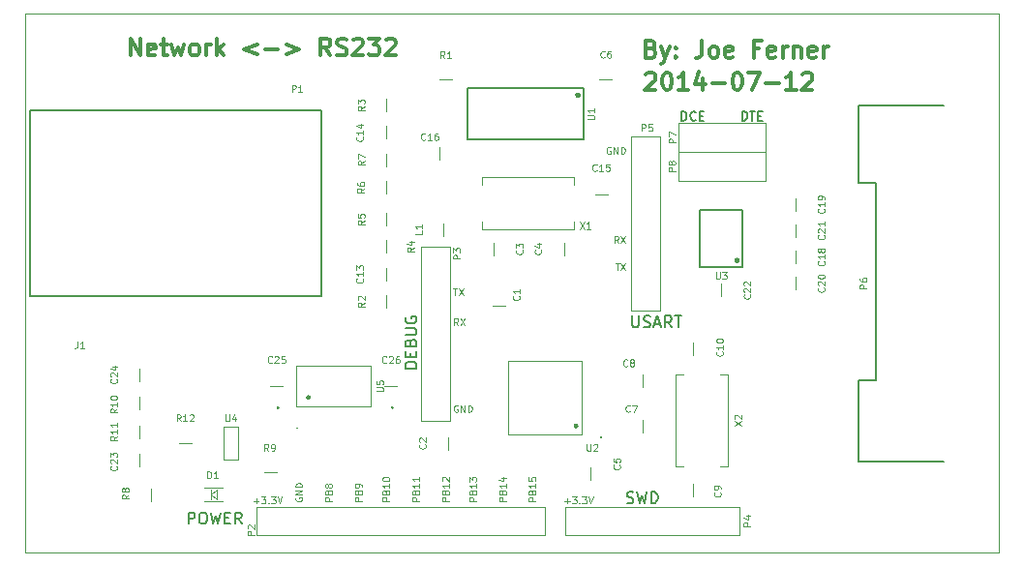
<source format=gto>
%FSLAX46Y46*%
G04 Gerber Fmt 4.6, Leading zero omitted, Abs format (unit mm)*
G04 Created by KiCad (PCBNEW (2014-07-07 BZR 4986)-product) date Fri 18 Jul 2014 08:12:10 PM EDT*
%MOMM*%
G01*
G04 APERTURE LIST*
%ADD10C,0.100000*%
%ADD11C,0.200000*%
%ADD12C,0.150000*%
%ADD13C,0.300000*%
%ADD14C,0.250000*%
%ADD15C,0.400000*%
%ADD16C,0.508000*%
G04 APERTURE END LIST*
D10*
D11*
X107428571Y-60761905D02*
X107428571Y-59961905D01*
X107619047Y-59961905D01*
X107733333Y-60000000D01*
X107809524Y-60076190D01*
X107847619Y-60152381D01*
X107885714Y-60304762D01*
X107885714Y-60419048D01*
X107847619Y-60571429D01*
X107809524Y-60647619D01*
X107733333Y-60723810D01*
X107619047Y-60761905D01*
X107428571Y-60761905D01*
X108685714Y-60685714D02*
X108647619Y-60723810D01*
X108533333Y-60761905D01*
X108457143Y-60761905D01*
X108342857Y-60723810D01*
X108266666Y-60647619D01*
X108228571Y-60571429D01*
X108190476Y-60419048D01*
X108190476Y-60304762D01*
X108228571Y-60152381D01*
X108266666Y-60076190D01*
X108342857Y-60000000D01*
X108457143Y-59961905D01*
X108533333Y-59961905D01*
X108647619Y-60000000D01*
X108685714Y-60038095D01*
X109028571Y-60342857D02*
X109295238Y-60342857D01*
X109409524Y-60761905D02*
X109028571Y-60761905D01*
X109028571Y-59961905D01*
X109409524Y-59961905D01*
X112723809Y-60761905D02*
X112723809Y-59961905D01*
X112914285Y-59961905D01*
X113028571Y-60000000D01*
X113104762Y-60076190D01*
X113142857Y-60152381D01*
X113180952Y-60304762D01*
X113180952Y-60419048D01*
X113142857Y-60571429D01*
X113104762Y-60647619D01*
X113028571Y-60723810D01*
X112914285Y-60761905D01*
X112723809Y-60761905D01*
X113409523Y-59961905D02*
X113866666Y-59961905D01*
X113638095Y-60761905D02*
X113638095Y-59961905D01*
X114133333Y-60342857D02*
X114400000Y-60342857D01*
X114514286Y-60761905D02*
X114133333Y-60761905D01*
X114133333Y-59961905D01*
X114514286Y-59961905D01*
D10*
X101228572Y-63100000D02*
X101171429Y-63071429D01*
X101085715Y-63071429D01*
X101000000Y-63100000D01*
X100942858Y-63157143D01*
X100914286Y-63214286D01*
X100885715Y-63328571D01*
X100885715Y-63414286D01*
X100914286Y-63528571D01*
X100942858Y-63585714D01*
X101000000Y-63642857D01*
X101085715Y-63671429D01*
X101142858Y-63671429D01*
X101228572Y-63642857D01*
X101257143Y-63614286D01*
X101257143Y-63414286D01*
X101142858Y-63414286D01*
X101514286Y-63671429D02*
X101514286Y-63071429D01*
X101857143Y-63671429D01*
X101857143Y-63071429D01*
X102142857Y-63671429D02*
X102142857Y-63071429D01*
X102285714Y-63071429D01*
X102371429Y-63100000D01*
X102428571Y-63157143D01*
X102457143Y-63214286D01*
X102485714Y-63328571D01*
X102485714Y-63414286D01*
X102457143Y-63528571D01*
X102428571Y-63585714D01*
X102371429Y-63642857D01*
X102285714Y-63671429D01*
X102142857Y-63671429D01*
X101628571Y-73271429D02*
X101971428Y-73271429D01*
X101799999Y-73871429D02*
X101799999Y-73271429D01*
X102114285Y-73271429D02*
X102514285Y-73871429D01*
X102514285Y-73271429D02*
X102114285Y-73871429D01*
X101914285Y-71471429D02*
X101714285Y-71185714D01*
X101571428Y-71471429D02*
X101571428Y-70871429D01*
X101800000Y-70871429D01*
X101857142Y-70900000D01*
X101885714Y-70928571D01*
X101914285Y-70985714D01*
X101914285Y-71071429D01*
X101885714Y-71128571D01*
X101857142Y-71157143D01*
X101800000Y-71185714D01*
X101571428Y-71185714D01*
X102114285Y-70871429D02*
X102514285Y-71471429D01*
X102514285Y-70871429D02*
X102114285Y-71471429D01*
D11*
X103128571Y-77852381D02*
X103128571Y-78661905D01*
X103176190Y-78757143D01*
X103223809Y-78804762D01*
X103319047Y-78852381D01*
X103509524Y-78852381D01*
X103604762Y-78804762D01*
X103652381Y-78757143D01*
X103700000Y-78661905D01*
X103700000Y-77852381D01*
X104128571Y-78804762D02*
X104271428Y-78852381D01*
X104509524Y-78852381D01*
X104604762Y-78804762D01*
X104652381Y-78757143D01*
X104700000Y-78661905D01*
X104700000Y-78566667D01*
X104652381Y-78471429D01*
X104604762Y-78423810D01*
X104509524Y-78376190D01*
X104319047Y-78328571D01*
X104223809Y-78280952D01*
X104176190Y-78233333D01*
X104128571Y-78138095D01*
X104128571Y-78042857D01*
X104176190Y-77947619D01*
X104223809Y-77900000D01*
X104319047Y-77852381D01*
X104557143Y-77852381D01*
X104700000Y-77900000D01*
X105080952Y-78566667D02*
X105557143Y-78566667D01*
X104985714Y-78852381D02*
X105319047Y-77852381D01*
X105652381Y-78852381D01*
X106557143Y-78852381D02*
X106223809Y-78376190D01*
X105985714Y-78852381D02*
X105985714Y-77852381D01*
X106366667Y-77852381D01*
X106461905Y-77900000D01*
X106509524Y-77947619D01*
X106557143Y-78042857D01*
X106557143Y-78185714D01*
X106509524Y-78280952D01*
X106461905Y-78328571D01*
X106366667Y-78376190D01*
X105985714Y-78376190D01*
X106842857Y-77852381D02*
X107414286Y-77852381D01*
X107128571Y-78852381D02*
X107128571Y-77852381D01*
D10*
X87857143Y-85700000D02*
X87800000Y-85671429D01*
X87714286Y-85671429D01*
X87628571Y-85700000D01*
X87571429Y-85757143D01*
X87542857Y-85814286D01*
X87514286Y-85928571D01*
X87514286Y-86014286D01*
X87542857Y-86128571D01*
X87571429Y-86185714D01*
X87628571Y-86242857D01*
X87714286Y-86271429D01*
X87771429Y-86271429D01*
X87857143Y-86242857D01*
X87885714Y-86214286D01*
X87885714Y-86014286D01*
X87771429Y-86014286D01*
X88142857Y-86271429D02*
X88142857Y-85671429D01*
X88485714Y-86271429D01*
X88485714Y-85671429D01*
X88771428Y-86271429D02*
X88771428Y-85671429D01*
X88914285Y-85671429D01*
X89000000Y-85700000D01*
X89057142Y-85757143D01*
X89085714Y-85814286D01*
X89114285Y-85928571D01*
X89114285Y-86014286D01*
X89085714Y-86128571D01*
X89057142Y-86185714D01*
X89000000Y-86242857D01*
X88914285Y-86271429D01*
X88771428Y-86271429D01*
X87885714Y-78671429D02*
X87685714Y-78385714D01*
X87542857Y-78671429D02*
X87542857Y-78071429D01*
X87771429Y-78071429D01*
X87828571Y-78100000D01*
X87857143Y-78128571D01*
X87885714Y-78185714D01*
X87885714Y-78271429D01*
X87857143Y-78328571D01*
X87828571Y-78357143D01*
X87771429Y-78385714D01*
X87542857Y-78385714D01*
X88085714Y-78071429D02*
X88485714Y-78671429D01*
X88485714Y-78071429D02*
X88085714Y-78671429D01*
X87457143Y-75471429D02*
X87800000Y-75471429D01*
X87628571Y-76071429D02*
X87628571Y-75471429D01*
X87942857Y-75471429D02*
X88342857Y-76071429D01*
X88342857Y-75471429D02*
X87942857Y-76071429D01*
D11*
X84252381Y-82438095D02*
X83252381Y-82438095D01*
X83252381Y-82200000D01*
X83300000Y-82057142D01*
X83395238Y-81961904D01*
X83490476Y-81914285D01*
X83680952Y-81866666D01*
X83823810Y-81866666D01*
X84014286Y-81914285D01*
X84109524Y-81961904D01*
X84204762Y-82057142D01*
X84252381Y-82200000D01*
X84252381Y-82438095D01*
X83728571Y-81438095D02*
X83728571Y-81104761D01*
X84252381Y-80961904D02*
X84252381Y-81438095D01*
X83252381Y-81438095D01*
X83252381Y-80961904D01*
X83728571Y-80199999D02*
X83776190Y-80057142D01*
X83823810Y-80009523D01*
X83919048Y-79961904D01*
X84061905Y-79961904D01*
X84157143Y-80009523D01*
X84204762Y-80057142D01*
X84252381Y-80152380D01*
X84252381Y-80533333D01*
X83252381Y-80533333D01*
X83252381Y-80199999D01*
X83300000Y-80104761D01*
X83347619Y-80057142D01*
X83442857Y-80009523D01*
X83538095Y-80009523D01*
X83633333Y-80057142D01*
X83680952Y-80104761D01*
X83728571Y-80199999D01*
X83728571Y-80533333D01*
X83252381Y-79533333D02*
X84061905Y-79533333D01*
X84157143Y-79485714D01*
X84204762Y-79438095D01*
X84252381Y-79342857D01*
X84252381Y-79152380D01*
X84204762Y-79057142D01*
X84157143Y-79009523D01*
X84061905Y-78961904D01*
X83252381Y-78961904D01*
X83300000Y-77961904D02*
X83252381Y-78057142D01*
X83252381Y-78199999D01*
X83300000Y-78342857D01*
X83395238Y-78438095D01*
X83490476Y-78485714D01*
X83680952Y-78533333D01*
X83823810Y-78533333D01*
X84014286Y-78485714D01*
X84109524Y-78438095D01*
X84204762Y-78342857D01*
X84252381Y-78199999D01*
X84252381Y-78104761D01*
X84204762Y-77961904D01*
X84157143Y-77914285D01*
X83823810Y-77914285D01*
X83823810Y-78104761D01*
D10*
X97200000Y-94042857D02*
X97657143Y-94042857D01*
X97428572Y-94271429D02*
X97428572Y-93814286D01*
X97885714Y-93671429D02*
X98257143Y-93671429D01*
X98057143Y-93900000D01*
X98142857Y-93900000D01*
X98200000Y-93928571D01*
X98228571Y-93957143D01*
X98257143Y-94014286D01*
X98257143Y-94157143D01*
X98228571Y-94214286D01*
X98200000Y-94242857D01*
X98142857Y-94271429D01*
X97971429Y-94271429D01*
X97914286Y-94242857D01*
X97885714Y-94214286D01*
X98514286Y-94214286D02*
X98542858Y-94242857D01*
X98514286Y-94271429D01*
X98485715Y-94242857D01*
X98514286Y-94214286D01*
X98514286Y-94271429D01*
X98742857Y-93671429D02*
X99114286Y-93671429D01*
X98914286Y-93900000D01*
X99000000Y-93900000D01*
X99057143Y-93928571D01*
X99085714Y-93957143D01*
X99114286Y-94014286D01*
X99114286Y-94157143D01*
X99085714Y-94214286D01*
X99057143Y-94242857D01*
X99000000Y-94271429D01*
X98828572Y-94271429D01*
X98771429Y-94242857D01*
X98742857Y-94214286D01*
X99285715Y-93671429D02*
X99485715Y-94271429D01*
X99685715Y-93671429D01*
D11*
X102642857Y-94204762D02*
X102785714Y-94252381D01*
X103023810Y-94252381D01*
X103119048Y-94204762D01*
X103166667Y-94157143D01*
X103214286Y-94061905D01*
X103214286Y-93966667D01*
X103166667Y-93871429D01*
X103119048Y-93823810D01*
X103023810Y-93776190D01*
X102833333Y-93728571D01*
X102738095Y-93680952D01*
X102690476Y-93633333D01*
X102642857Y-93538095D01*
X102642857Y-93442857D01*
X102690476Y-93347619D01*
X102738095Y-93300000D01*
X102833333Y-93252381D01*
X103071429Y-93252381D01*
X103214286Y-93300000D01*
X103547619Y-93252381D02*
X103785714Y-94252381D01*
X103976191Y-93538095D01*
X104166667Y-94252381D01*
X104404762Y-93252381D01*
X104785714Y-94252381D02*
X104785714Y-93252381D01*
X105023809Y-93252381D01*
X105166667Y-93300000D01*
X105261905Y-93395238D01*
X105309524Y-93490476D01*
X105357143Y-93680952D01*
X105357143Y-93823810D01*
X105309524Y-94014286D01*
X105261905Y-94109524D01*
X105166667Y-94204762D01*
X105023809Y-94252381D01*
X104785714Y-94252381D01*
D10*
X73700000Y-93742857D02*
X73671429Y-93800000D01*
X73671429Y-93885714D01*
X73700000Y-93971429D01*
X73757143Y-94028571D01*
X73814286Y-94057143D01*
X73928571Y-94085714D01*
X74014286Y-94085714D01*
X74128571Y-94057143D01*
X74185714Y-94028571D01*
X74242857Y-93971429D01*
X74271429Y-93885714D01*
X74271429Y-93828571D01*
X74242857Y-93742857D01*
X74214286Y-93714286D01*
X74014286Y-93714286D01*
X74014286Y-93828571D01*
X74271429Y-93457143D02*
X73671429Y-93457143D01*
X74271429Y-93114286D01*
X73671429Y-93114286D01*
X74271429Y-92828572D02*
X73671429Y-92828572D01*
X73671429Y-92685715D01*
X73700000Y-92600000D01*
X73757143Y-92542858D01*
X73814286Y-92514286D01*
X73928571Y-92485715D01*
X74014286Y-92485715D01*
X74128571Y-92514286D01*
X74185714Y-92542858D01*
X74242857Y-92600000D01*
X74271429Y-92685715D01*
X74271429Y-92828572D01*
X94671429Y-94057143D02*
X94071429Y-94057143D01*
X94071429Y-93828571D01*
X94100000Y-93771429D01*
X94128571Y-93742857D01*
X94185714Y-93714286D01*
X94271429Y-93714286D01*
X94328571Y-93742857D01*
X94357143Y-93771429D01*
X94385714Y-93828571D01*
X94385714Y-94057143D01*
X94357143Y-93257143D02*
X94385714Y-93171429D01*
X94414286Y-93142857D01*
X94471429Y-93114286D01*
X94557143Y-93114286D01*
X94614286Y-93142857D01*
X94642857Y-93171429D01*
X94671429Y-93228571D01*
X94671429Y-93457143D01*
X94071429Y-93457143D01*
X94071429Y-93257143D01*
X94100000Y-93200000D01*
X94128571Y-93171429D01*
X94185714Y-93142857D01*
X94242857Y-93142857D01*
X94300000Y-93171429D01*
X94328571Y-93200000D01*
X94357143Y-93257143D01*
X94357143Y-93457143D01*
X94671429Y-92542857D02*
X94671429Y-92885714D01*
X94671429Y-92714286D02*
X94071429Y-92714286D01*
X94157143Y-92771429D01*
X94214286Y-92828571D01*
X94242857Y-92885714D01*
X94071429Y-92000000D02*
X94071429Y-92285714D01*
X94357143Y-92314285D01*
X94328571Y-92285714D01*
X94300000Y-92228571D01*
X94300000Y-92085714D01*
X94328571Y-92028571D01*
X94357143Y-92000000D01*
X94414286Y-91971428D01*
X94557143Y-91971428D01*
X94614286Y-92000000D01*
X94642857Y-92028571D01*
X94671429Y-92085714D01*
X94671429Y-92228571D01*
X94642857Y-92285714D01*
X94614286Y-92314285D01*
X92071429Y-94057143D02*
X91471429Y-94057143D01*
X91471429Y-93828571D01*
X91500000Y-93771429D01*
X91528571Y-93742857D01*
X91585714Y-93714286D01*
X91671429Y-93714286D01*
X91728571Y-93742857D01*
X91757143Y-93771429D01*
X91785714Y-93828571D01*
X91785714Y-94057143D01*
X91757143Y-93257143D02*
X91785714Y-93171429D01*
X91814286Y-93142857D01*
X91871429Y-93114286D01*
X91957143Y-93114286D01*
X92014286Y-93142857D01*
X92042857Y-93171429D01*
X92071429Y-93228571D01*
X92071429Y-93457143D01*
X91471429Y-93457143D01*
X91471429Y-93257143D01*
X91500000Y-93200000D01*
X91528571Y-93171429D01*
X91585714Y-93142857D01*
X91642857Y-93142857D01*
X91700000Y-93171429D01*
X91728571Y-93200000D01*
X91757143Y-93257143D01*
X91757143Y-93457143D01*
X92071429Y-92542857D02*
X92071429Y-92885714D01*
X92071429Y-92714286D02*
X91471429Y-92714286D01*
X91557143Y-92771429D01*
X91614286Y-92828571D01*
X91642857Y-92885714D01*
X91671429Y-92028571D02*
X92071429Y-92028571D01*
X91442857Y-92171428D02*
X91871429Y-92314285D01*
X91871429Y-91942857D01*
X89471429Y-94057143D02*
X88871429Y-94057143D01*
X88871429Y-93828571D01*
X88900000Y-93771429D01*
X88928571Y-93742857D01*
X88985714Y-93714286D01*
X89071429Y-93714286D01*
X89128571Y-93742857D01*
X89157143Y-93771429D01*
X89185714Y-93828571D01*
X89185714Y-94057143D01*
X89157143Y-93257143D02*
X89185714Y-93171429D01*
X89214286Y-93142857D01*
X89271429Y-93114286D01*
X89357143Y-93114286D01*
X89414286Y-93142857D01*
X89442857Y-93171429D01*
X89471429Y-93228571D01*
X89471429Y-93457143D01*
X88871429Y-93457143D01*
X88871429Y-93257143D01*
X88900000Y-93200000D01*
X88928571Y-93171429D01*
X88985714Y-93142857D01*
X89042857Y-93142857D01*
X89100000Y-93171429D01*
X89128571Y-93200000D01*
X89157143Y-93257143D01*
X89157143Y-93457143D01*
X89471429Y-92542857D02*
X89471429Y-92885714D01*
X89471429Y-92714286D02*
X88871429Y-92714286D01*
X88957143Y-92771429D01*
X89014286Y-92828571D01*
X89042857Y-92885714D01*
X88871429Y-92342857D02*
X88871429Y-91971428D01*
X89100000Y-92171428D01*
X89100000Y-92085714D01*
X89128571Y-92028571D01*
X89157143Y-92000000D01*
X89214286Y-91971428D01*
X89357143Y-91971428D01*
X89414286Y-92000000D01*
X89442857Y-92028571D01*
X89471429Y-92085714D01*
X89471429Y-92257142D01*
X89442857Y-92314285D01*
X89414286Y-92342857D01*
X87071429Y-94057143D02*
X86471429Y-94057143D01*
X86471429Y-93828571D01*
X86500000Y-93771429D01*
X86528571Y-93742857D01*
X86585714Y-93714286D01*
X86671429Y-93714286D01*
X86728571Y-93742857D01*
X86757143Y-93771429D01*
X86785714Y-93828571D01*
X86785714Y-94057143D01*
X86757143Y-93257143D02*
X86785714Y-93171429D01*
X86814286Y-93142857D01*
X86871429Y-93114286D01*
X86957143Y-93114286D01*
X87014286Y-93142857D01*
X87042857Y-93171429D01*
X87071429Y-93228571D01*
X87071429Y-93457143D01*
X86471429Y-93457143D01*
X86471429Y-93257143D01*
X86500000Y-93200000D01*
X86528571Y-93171429D01*
X86585714Y-93142857D01*
X86642857Y-93142857D01*
X86700000Y-93171429D01*
X86728571Y-93200000D01*
X86757143Y-93257143D01*
X86757143Y-93457143D01*
X87071429Y-92542857D02*
X87071429Y-92885714D01*
X87071429Y-92714286D02*
X86471429Y-92714286D01*
X86557143Y-92771429D01*
X86614286Y-92828571D01*
X86642857Y-92885714D01*
X86528571Y-92314285D02*
X86500000Y-92285714D01*
X86471429Y-92228571D01*
X86471429Y-92085714D01*
X86500000Y-92028571D01*
X86528571Y-92000000D01*
X86585714Y-91971428D01*
X86642857Y-91971428D01*
X86728571Y-92000000D01*
X87071429Y-92342857D01*
X87071429Y-91971428D01*
X84471429Y-94057143D02*
X83871429Y-94057143D01*
X83871429Y-93828571D01*
X83900000Y-93771429D01*
X83928571Y-93742857D01*
X83985714Y-93714286D01*
X84071429Y-93714286D01*
X84128571Y-93742857D01*
X84157143Y-93771429D01*
X84185714Y-93828571D01*
X84185714Y-94057143D01*
X84157143Y-93257143D02*
X84185714Y-93171429D01*
X84214286Y-93142857D01*
X84271429Y-93114286D01*
X84357143Y-93114286D01*
X84414286Y-93142857D01*
X84442857Y-93171429D01*
X84471429Y-93228571D01*
X84471429Y-93457143D01*
X83871429Y-93457143D01*
X83871429Y-93257143D01*
X83900000Y-93200000D01*
X83928571Y-93171429D01*
X83985714Y-93142857D01*
X84042857Y-93142857D01*
X84100000Y-93171429D01*
X84128571Y-93200000D01*
X84157143Y-93257143D01*
X84157143Y-93457143D01*
X84471429Y-92542857D02*
X84471429Y-92885714D01*
X84471429Y-92714286D02*
X83871429Y-92714286D01*
X83957143Y-92771429D01*
X84014286Y-92828571D01*
X84042857Y-92885714D01*
X84471429Y-91971428D02*
X84471429Y-92314285D01*
X84471429Y-92142857D02*
X83871429Y-92142857D01*
X83957143Y-92200000D01*
X84014286Y-92257142D01*
X84042857Y-92314285D01*
X81871429Y-94057143D02*
X81271429Y-94057143D01*
X81271429Y-93828571D01*
X81300000Y-93771429D01*
X81328571Y-93742857D01*
X81385714Y-93714286D01*
X81471429Y-93714286D01*
X81528571Y-93742857D01*
X81557143Y-93771429D01*
X81585714Y-93828571D01*
X81585714Y-94057143D01*
X81557143Y-93257143D02*
X81585714Y-93171429D01*
X81614286Y-93142857D01*
X81671429Y-93114286D01*
X81757143Y-93114286D01*
X81814286Y-93142857D01*
X81842857Y-93171429D01*
X81871429Y-93228571D01*
X81871429Y-93457143D01*
X81271429Y-93457143D01*
X81271429Y-93257143D01*
X81300000Y-93200000D01*
X81328571Y-93171429D01*
X81385714Y-93142857D01*
X81442857Y-93142857D01*
X81500000Y-93171429D01*
X81528571Y-93200000D01*
X81557143Y-93257143D01*
X81557143Y-93457143D01*
X81871429Y-92542857D02*
X81871429Y-92885714D01*
X81871429Y-92714286D02*
X81271429Y-92714286D01*
X81357143Y-92771429D01*
X81414286Y-92828571D01*
X81442857Y-92885714D01*
X81271429Y-92171428D02*
X81271429Y-92114285D01*
X81300000Y-92057142D01*
X81328571Y-92028571D01*
X81385714Y-92000000D01*
X81500000Y-91971428D01*
X81642857Y-91971428D01*
X81757143Y-92000000D01*
X81814286Y-92028571D01*
X81842857Y-92057142D01*
X81871429Y-92114285D01*
X81871429Y-92171428D01*
X81842857Y-92228571D01*
X81814286Y-92257142D01*
X81757143Y-92285714D01*
X81642857Y-92314285D01*
X81500000Y-92314285D01*
X81385714Y-92285714D01*
X81328571Y-92257142D01*
X81300000Y-92228571D01*
X81271429Y-92171428D01*
X79471429Y-94057143D02*
X78871429Y-94057143D01*
X78871429Y-93828571D01*
X78900000Y-93771429D01*
X78928571Y-93742857D01*
X78985714Y-93714286D01*
X79071429Y-93714286D01*
X79128571Y-93742857D01*
X79157143Y-93771429D01*
X79185714Y-93828571D01*
X79185714Y-94057143D01*
X79157143Y-93257143D02*
X79185714Y-93171429D01*
X79214286Y-93142857D01*
X79271429Y-93114286D01*
X79357143Y-93114286D01*
X79414286Y-93142857D01*
X79442857Y-93171429D01*
X79471429Y-93228571D01*
X79471429Y-93457143D01*
X78871429Y-93457143D01*
X78871429Y-93257143D01*
X78900000Y-93200000D01*
X78928571Y-93171429D01*
X78985714Y-93142857D01*
X79042857Y-93142857D01*
X79100000Y-93171429D01*
X79128571Y-93200000D01*
X79157143Y-93257143D01*
X79157143Y-93457143D01*
X79471429Y-92828571D02*
X79471429Y-92714286D01*
X79442857Y-92657143D01*
X79414286Y-92628571D01*
X79328571Y-92571429D01*
X79214286Y-92542857D01*
X78985714Y-92542857D01*
X78928571Y-92571429D01*
X78900000Y-92600000D01*
X78871429Y-92657143D01*
X78871429Y-92771429D01*
X78900000Y-92828571D01*
X78928571Y-92857143D01*
X78985714Y-92885714D01*
X79128571Y-92885714D01*
X79185714Y-92857143D01*
X79214286Y-92828571D01*
X79242857Y-92771429D01*
X79242857Y-92657143D01*
X79214286Y-92600000D01*
X79185714Y-92571429D01*
X79128571Y-92542857D01*
X76871429Y-94057143D02*
X76271429Y-94057143D01*
X76271429Y-93828571D01*
X76300000Y-93771429D01*
X76328571Y-93742857D01*
X76385714Y-93714286D01*
X76471429Y-93714286D01*
X76528571Y-93742857D01*
X76557143Y-93771429D01*
X76585714Y-93828571D01*
X76585714Y-94057143D01*
X76557143Y-93257143D02*
X76585714Y-93171429D01*
X76614286Y-93142857D01*
X76671429Y-93114286D01*
X76757143Y-93114286D01*
X76814286Y-93142857D01*
X76842857Y-93171429D01*
X76871429Y-93228571D01*
X76871429Y-93457143D01*
X76271429Y-93457143D01*
X76271429Y-93257143D01*
X76300000Y-93200000D01*
X76328571Y-93171429D01*
X76385714Y-93142857D01*
X76442857Y-93142857D01*
X76500000Y-93171429D01*
X76528571Y-93200000D01*
X76557143Y-93257143D01*
X76557143Y-93457143D01*
X76528571Y-92771429D02*
X76500000Y-92828571D01*
X76471429Y-92857143D01*
X76414286Y-92885714D01*
X76385714Y-92885714D01*
X76328571Y-92857143D01*
X76300000Y-92828571D01*
X76271429Y-92771429D01*
X76271429Y-92657143D01*
X76300000Y-92600000D01*
X76328571Y-92571429D01*
X76385714Y-92542857D01*
X76414286Y-92542857D01*
X76471429Y-92571429D01*
X76500000Y-92600000D01*
X76528571Y-92657143D01*
X76528571Y-92771429D01*
X76557143Y-92828571D01*
X76585714Y-92857143D01*
X76642857Y-92885714D01*
X76757143Y-92885714D01*
X76814286Y-92857143D01*
X76842857Y-92828571D01*
X76871429Y-92771429D01*
X76871429Y-92657143D01*
X76842857Y-92600000D01*
X76814286Y-92571429D01*
X76757143Y-92542857D01*
X76642857Y-92542857D01*
X76585714Y-92571429D01*
X76557143Y-92600000D01*
X76528571Y-92657143D01*
X70000000Y-94042857D02*
X70457143Y-94042857D01*
X70228572Y-94271429D02*
X70228572Y-93814286D01*
X70685714Y-93671429D02*
X71057143Y-93671429D01*
X70857143Y-93900000D01*
X70942857Y-93900000D01*
X71000000Y-93928571D01*
X71028571Y-93957143D01*
X71057143Y-94014286D01*
X71057143Y-94157143D01*
X71028571Y-94214286D01*
X71000000Y-94242857D01*
X70942857Y-94271429D01*
X70771429Y-94271429D01*
X70714286Y-94242857D01*
X70685714Y-94214286D01*
X71314286Y-94214286D02*
X71342858Y-94242857D01*
X71314286Y-94271429D01*
X71285715Y-94242857D01*
X71314286Y-94214286D01*
X71314286Y-94271429D01*
X71542857Y-93671429D02*
X71914286Y-93671429D01*
X71714286Y-93900000D01*
X71800000Y-93900000D01*
X71857143Y-93928571D01*
X71885714Y-93957143D01*
X71914286Y-94014286D01*
X71914286Y-94157143D01*
X71885714Y-94214286D01*
X71857143Y-94242857D01*
X71800000Y-94271429D01*
X71628572Y-94271429D01*
X71571429Y-94242857D01*
X71542857Y-94214286D01*
X72085715Y-93671429D02*
X72285715Y-94271429D01*
X72485715Y-93671429D01*
D12*
X64290476Y-96052381D02*
X64290476Y-95052381D01*
X64671429Y-95052381D01*
X64766667Y-95100000D01*
X64814286Y-95147619D01*
X64861905Y-95242857D01*
X64861905Y-95385714D01*
X64814286Y-95480952D01*
X64766667Y-95528571D01*
X64671429Y-95576190D01*
X64290476Y-95576190D01*
X65480952Y-95052381D02*
X65671429Y-95052381D01*
X65766667Y-95100000D01*
X65861905Y-95195238D01*
X65909524Y-95385714D01*
X65909524Y-95719048D01*
X65861905Y-95909524D01*
X65766667Y-96004762D01*
X65671429Y-96052381D01*
X65480952Y-96052381D01*
X65385714Y-96004762D01*
X65290476Y-95909524D01*
X65242857Y-95719048D01*
X65242857Y-95385714D01*
X65290476Y-95195238D01*
X65385714Y-95100000D01*
X65480952Y-95052381D01*
X66242857Y-95052381D02*
X66480952Y-96052381D01*
X66671429Y-95338095D01*
X66861905Y-96052381D01*
X67100000Y-95052381D01*
X67480952Y-95528571D02*
X67814286Y-95528571D01*
X67957143Y-96052381D02*
X67480952Y-96052381D01*
X67480952Y-95052381D01*
X67957143Y-95052381D01*
X68957143Y-96052381D02*
X68623809Y-95576190D01*
X68385714Y-96052381D02*
X68385714Y-95052381D01*
X68766667Y-95052381D01*
X68861905Y-95100000D01*
X68909524Y-95147619D01*
X68957143Y-95242857D01*
X68957143Y-95385714D01*
X68909524Y-95480952D01*
X68861905Y-95528571D01*
X68766667Y-95576190D01*
X68385714Y-95576190D01*
D13*
X104314287Y-56721429D02*
X104385716Y-56650000D01*
X104528573Y-56578571D01*
X104885716Y-56578571D01*
X105028573Y-56650000D01*
X105100002Y-56721429D01*
X105171430Y-56864286D01*
X105171430Y-57007143D01*
X105100002Y-57221429D01*
X104242859Y-58078571D01*
X105171430Y-58078571D01*
X106100001Y-56578571D02*
X106242858Y-56578571D01*
X106385715Y-56650000D01*
X106457144Y-56721429D01*
X106528573Y-56864286D01*
X106600001Y-57150000D01*
X106600001Y-57507143D01*
X106528573Y-57792857D01*
X106457144Y-57935714D01*
X106385715Y-58007143D01*
X106242858Y-58078571D01*
X106100001Y-58078571D01*
X105957144Y-58007143D01*
X105885715Y-57935714D01*
X105814287Y-57792857D01*
X105742858Y-57507143D01*
X105742858Y-57150000D01*
X105814287Y-56864286D01*
X105885715Y-56721429D01*
X105957144Y-56650000D01*
X106100001Y-56578571D01*
X108028572Y-58078571D02*
X107171429Y-58078571D01*
X107600001Y-58078571D02*
X107600001Y-56578571D01*
X107457144Y-56792857D01*
X107314286Y-56935714D01*
X107171429Y-57007143D01*
X109314286Y-57078571D02*
X109314286Y-58078571D01*
X108957143Y-56507143D02*
X108600000Y-57578571D01*
X109528572Y-57578571D01*
X110100000Y-57507143D02*
X111242857Y-57507143D01*
X112242857Y-56578571D02*
X112385714Y-56578571D01*
X112528571Y-56650000D01*
X112600000Y-56721429D01*
X112671429Y-56864286D01*
X112742857Y-57150000D01*
X112742857Y-57507143D01*
X112671429Y-57792857D01*
X112600000Y-57935714D01*
X112528571Y-58007143D01*
X112385714Y-58078571D01*
X112242857Y-58078571D01*
X112100000Y-58007143D01*
X112028571Y-57935714D01*
X111957143Y-57792857D01*
X111885714Y-57507143D01*
X111885714Y-57150000D01*
X111957143Y-56864286D01*
X112028571Y-56721429D01*
X112100000Y-56650000D01*
X112242857Y-56578571D01*
X113242857Y-56578571D02*
X114242857Y-56578571D01*
X113600000Y-58078571D01*
X114814285Y-57507143D02*
X115957142Y-57507143D01*
X117457142Y-58078571D02*
X116599999Y-58078571D01*
X117028571Y-58078571D02*
X117028571Y-56578571D01*
X116885714Y-56792857D01*
X116742856Y-56935714D01*
X116599999Y-57007143D01*
X118028570Y-56721429D02*
X118099999Y-56650000D01*
X118242856Y-56578571D01*
X118599999Y-56578571D01*
X118742856Y-56650000D01*
X118814285Y-56721429D01*
X118885713Y-56864286D01*
X118885713Y-57007143D01*
X118814285Y-57221429D01*
X117957142Y-58078571D01*
X118885713Y-58078571D01*
X104807144Y-54492857D02*
X105021430Y-54564286D01*
X105092858Y-54635714D01*
X105164287Y-54778571D01*
X105164287Y-54992857D01*
X105092858Y-55135714D01*
X105021430Y-55207143D01*
X104878572Y-55278571D01*
X104307144Y-55278571D01*
X104307144Y-53778571D01*
X104807144Y-53778571D01*
X104950001Y-53850000D01*
X105021430Y-53921429D01*
X105092858Y-54064286D01*
X105092858Y-54207143D01*
X105021430Y-54350000D01*
X104950001Y-54421429D01*
X104807144Y-54492857D01*
X104307144Y-54492857D01*
X105664287Y-54278571D02*
X106021430Y-55278571D01*
X106378572Y-54278571D02*
X106021430Y-55278571D01*
X105878572Y-55635714D01*
X105807144Y-55707143D01*
X105664287Y-55778571D01*
X106950001Y-55135714D02*
X107021429Y-55207143D01*
X106950001Y-55278571D01*
X106878572Y-55207143D01*
X106950001Y-55135714D01*
X106950001Y-55278571D01*
X106950001Y-54350000D02*
X107021429Y-54421429D01*
X106950001Y-54492857D01*
X106878572Y-54421429D01*
X106950001Y-54350000D01*
X106950001Y-54492857D01*
X109235715Y-53778571D02*
X109235715Y-54850000D01*
X109164287Y-55064286D01*
X109021430Y-55207143D01*
X108807144Y-55278571D01*
X108664287Y-55278571D01*
X110164287Y-55278571D02*
X110021429Y-55207143D01*
X109950001Y-55135714D01*
X109878572Y-54992857D01*
X109878572Y-54564286D01*
X109950001Y-54421429D01*
X110021429Y-54350000D01*
X110164287Y-54278571D01*
X110378572Y-54278571D01*
X110521429Y-54350000D01*
X110592858Y-54421429D01*
X110664287Y-54564286D01*
X110664287Y-54992857D01*
X110592858Y-55135714D01*
X110521429Y-55207143D01*
X110378572Y-55278571D01*
X110164287Y-55278571D01*
X111878572Y-55207143D02*
X111735715Y-55278571D01*
X111450001Y-55278571D01*
X111307144Y-55207143D01*
X111235715Y-55064286D01*
X111235715Y-54492857D01*
X111307144Y-54350000D01*
X111450001Y-54278571D01*
X111735715Y-54278571D01*
X111878572Y-54350000D01*
X111950001Y-54492857D01*
X111950001Y-54635714D01*
X111235715Y-54778571D01*
X114235715Y-54492857D02*
X113735715Y-54492857D01*
X113735715Y-55278571D02*
X113735715Y-53778571D01*
X114450001Y-53778571D01*
X115592857Y-55207143D02*
X115450000Y-55278571D01*
X115164286Y-55278571D01*
X115021429Y-55207143D01*
X114950000Y-55064286D01*
X114950000Y-54492857D01*
X115021429Y-54350000D01*
X115164286Y-54278571D01*
X115450000Y-54278571D01*
X115592857Y-54350000D01*
X115664286Y-54492857D01*
X115664286Y-54635714D01*
X114950000Y-54778571D01*
X116307143Y-55278571D02*
X116307143Y-54278571D01*
X116307143Y-54564286D02*
X116378571Y-54421429D01*
X116450000Y-54350000D01*
X116592857Y-54278571D01*
X116735714Y-54278571D01*
X117235714Y-54278571D02*
X117235714Y-55278571D01*
X117235714Y-54421429D02*
X117307142Y-54350000D01*
X117450000Y-54278571D01*
X117664285Y-54278571D01*
X117807142Y-54350000D01*
X117878571Y-54492857D01*
X117878571Y-55278571D01*
X119164285Y-55207143D02*
X119021428Y-55278571D01*
X118735714Y-55278571D01*
X118592857Y-55207143D01*
X118521428Y-55064286D01*
X118521428Y-54492857D01*
X118592857Y-54350000D01*
X118735714Y-54278571D01*
X119021428Y-54278571D01*
X119164285Y-54350000D01*
X119235714Y-54492857D01*
X119235714Y-54635714D01*
X118521428Y-54778571D01*
X119878571Y-55278571D02*
X119878571Y-54278571D01*
X119878571Y-54564286D02*
X119949999Y-54421429D01*
X120021428Y-54350000D01*
X120164285Y-54278571D01*
X120307142Y-54278571D01*
X59228572Y-55078571D02*
X59228572Y-53578571D01*
X60085715Y-55078571D01*
X60085715Y-53578571D01*
X61371429Y-55007143D02*
X61228572Y-55078571D01*
X60942858Y-55078571D01*
X60800001Y-55007143D01*
X60728572Y-54864286D01*
X60728572Y-54292857D01*
X60800001Y-54150000D01*
X60942858Y-54078571D01*
X61228572Y-54078571D01*
X61371429Y-54150000D01*
X61442858Y-54292857D01*
X61442858Y-54435714D01*
X60728572Y-54578571D01*
X61871429Y-54078571D02*
X62442858Y-54078571D01*
X62085715Y-53578571D02*
X62085715Y-54864286D01*
X62157143Y-55007143D01*
X62300001Y-55078571D01*
X62442858Y-55078571D01*
X62800001Y-54078571D02*
X63085715Y-55078571D01*
X63371429Y-54364286D01*
X63657144Y-55078571D01*
X63942858Y-54078571D01*
X64728573Y-55078571D02*
X64585715Y-55007143D01*
X64514287Y-54935714D01*
X64442858Y-54792857D01*
X64442858Y-54364286D01*
X64514287Y-54221429D01*
X64585715Y-54150000D01*
X64728573Y-54078571D01*
X64942858Y-54078571D01*
X65085715Y-54150000D01*
X65157144Y-54221429D01*
X65228573Y-54364286D01*
X65228573Y-54792857D01*
X65157144Y-54935714D01*
X65085715Y-55007143D01*
X64942858Y-55078571D01*
X64728573Y-55078571D01*
X65871430Y-55078571D02*
X65871430Y-54078571D01*
X65871430Y-54364286D02*
X65942858Y-54221429D01*
X66014287Y-54150000D01*
X66157144Y-54078571D01*
X66300001Y-54078571D01*
X66800001Y-55078571D02*
X66800001Y-53578571D01*
X66942858Y-54507143D02*
X67371429Y-55078571D01*
X67371429Y-54078571D02*
X66800001Y-54650000D01*
X70300001Y-54078571D02*
X69157144Y-54507143D01*
X70300001Y-54935714D01*
X71014287Y-54507143D02*
X72157144Y-54507143D01*
X72871430Y-54078571D02*
X74014287Y-54507143D01*
X72871430Y-54935714D01*
X76728573Y-55078571D02*
X76228573Y-54364286D01*
X75871430Y-55078571D02*
X75871430Y-53578571D01*
X76442858Y-53578571D01*
X76585716Y-53650000D01*
X76657144Y-53721429D01*
X76728573Y-53864286D01*
X76728573Y-54078571D01*
X76657144Y-54221429D01*
X76585716Y-54292857D01*
X76442858Y-54364286D01*
X75871430Y-54364286D01*
X77300001Y-55007143D02*
X77514287Y-55078571D01*
X77871430Y-55078571D01*
X78014287Y-55007143D01*
X78085716Y-54935714D01*
X78157144Y-54792857D01*
X78157144Y-54650000D01*
X78085716Y-54507143D01*
X78014287Y-54435714D01*
X77871430Y-54364286D01*
X77585716Y-54292857D01*
X77442858Y-54221429D01*
X77371430Y-54150000D01*
X77300001Y-54007143D01*
X77300001Y-53864286D01*
X77371430Y-53721429D01*
X77442858Y-53650000D01*
X77585716Y-53578571D01*
X77942858Y-53578571D01*
X78157144Y-53650000D01*
X78728572Y-53721429D02*
X78800001Y-53650000D01*
X78942858Y-53578571D01*
X79300001Y-53578571D01*
X79442858Y-53650000D01*
X79514287Y-53721429D01*
X79585715Y-53864286D01*
X79585715Y-54007143D01*
X79514287Y-54221429D01*
X78657144Y-55078571D01*
X79585715Y-55078571D01*
X80085715Y-53578571D02*
X81014286Y-53578571D01*
X80514286Y-54150000D01*
X80728572Y-54150000D01*
X80871429Y-54221429D01*
X80942858Y-54292857D01*
X81014286Y-54435714D01*
X81014286Y-54792857D01*
X80942858Y-54935714D01*
X80871429Y-55007143D01*
X80728572Y-55078571D01*
X80300000Y-55078571D01*
X80157143Y-55007143D01*
X80085715Y-54935714D01*
X81585714Y-53721429D02*
X81657143Y-53650000D01*
X81800000Y-53578571D01*
X82157143Y-53578571D01*
X82300000Y-53650000D01*
X82371429Y-53721429D01*
X82442857Y-53864286D01*
X82442857Y-54007143D01*
X82371429Y-54221429D01*
X81514286Y-55078571D01*
X82442857Y-55078571D01*
D10*
X50000000Y-98600000D02*
X50000000Y-51400000D01*
X135200000Y-98600000D02*
X50000000Y-98600000D01*
X135200000Y-51400000D02*
X135200000Y-98600000D01*
X50000000Y-51400000D02*
X135200000Y-51400000D01*
X92050000Y-77000000D02*
X90950000Y-77000000D01*
X87000000Y-88450000D02*
X87000000Y-89550000D01*
X91000000Y-71450000D02*
X91000000Y-72550000D01*
X97200000Y-72550000D02*
X97200000Y-71450000D01*
X99500000Y-92250000D02*
X99500000Y-91150000D01*
X101350000Y-57200000D02*
X100250000Y-57200000D01*
X104000000Y-88050000D02*
X104000000Y-86950000D01*
X104000000Y-84050000D02*
X104000000Y-82950000D01*
X108400000Y-93650000D02*
X108400000Y-92550000D01*
X108400000Y-81250000D02*
X108400000Y-80150000D01*
X81600000Y-74750000D02*
X81600000Y-73650000D01*
X81600000Y-62350000D02*
X81600000Y-61250000D01*
X99850000Y-67200000D02*
X100950000Y-67200000D01*
X86268240Y-63129000D02*
X86268240Y-64229000D01*
X117400000Y-72150000D02*
X117400000Y-73250000D01*
X117400000Y-67550000D02*
X117400000Y-68650000D01*
X117400000Y-74450000D02*
X117400000Y-75550000D01*
X117400000Y-69850000D02*
X117400000Y-70950000D01*
X110900000Y-75050000D02*
X110900000Y-76150000D01*
X60000000Y-91050000D02*
X60000000Y-89950000D01*
X60000000Y-83550000D02*
X60000000Y-82450000D01*
D14*
X72141421Y-85900000D02*
G75*
G03X72141420Y-85899999I-141421J0D01*
G74*
G01*
D10*
X71450000Y-84000000D02*
X72550000Y-84000000D01*
D14*
X82141421Y-85900000D02*
G75*
G03X82141420Y-85899999I-141421J0D01*
G74*
G01*
D10*
X81450000Y-84000000D02*
X82550000Y-84000000D01*
X66300000Y-93100000D02*
X66300000Y-93900000D01*
X66800000Y-93900000D02*
X66800000Y-93100000D01*
X66800000Y-93100000D02*
X66300000Y-93500000D01*
X66300000Y-93500000D02*
X66800000Y-93900000D01*
X67300000Y-92900000D02*
X65700000Y-92900000D01*
X67300000Y-94100000D02*
X65700000Y-94100000D01*
X86600000Y-70850000D02*
X86600000Y-69750000D01*
D12*
X50402000Y-76153400D02*
X50402000Y-59846600D01*
X50402000Y-59846600D02*
X75929000Y-59846600D01*
X75929000Y-59846600D02*
X75929000Y-76153400D01*
X75929000Y-76153400D02*
X50402000Y-76153400D01*
D10*
X70250000Y-94550000D02*
X95500000Y-94550000D01*
X95500000Y-94550000D02*
X95500000Y-97050000D01*
X95500000Y-97050000D02*
X70250000Y-97050000D01*
X70250000Y-97050000D02*
X70250000Y-94550000D01*
X84650000Y-87050000D02*
X84650000Y-71800000D01*
X84650000Y-71800000D02*
X87150000Y-71800000D01*
X87150000Y-71800000D02*
X87150000Y-87050000D01*
X87150000Y-87050000D02*
X84650000Y-87050000D01*
X97250000Y-94550000D02*
X112500000Y-94550000D01*
X112500000Y-94550000D02*
X112500000Y-97050000D01*
X112500000Y-97050000D02*
X97250000Y-97050000D01*
X97250000Y-97050000D02*
X97250000Y-94550000D01*
X105550000Y-62150000D02*
X105550000Y-77400000D01*
X105550000Y-77400000D02*
X103050000Y-77400000D01*
X103050000Y-77400000D02*
X103050000Y-62150000D01*
X103050000Y-62150000D02*
X105550000Y-62150000D01*
X107208000Y-60980000D02*
X114808000Y-60980000D01*
X114808000Y-60980000D02*
X114808000Y-63480000D01*
X114808000Y-63480000D02*
X107208000Y-63480000D01*
X107208000Y-63480000D02*
X107208000Y-60980000D01*
X114788000Y-66020000D02*
X107188000Y-66020000D01*
X107188000Y-66020000D02*
X107188000Y-63520000D01*
X107188000Y-63520000D02*
X114788000Y-63520000D01*
X114788000Y-63520000D02*
X114788000Y-66020000D01*
X86250000Y-57200000D02*
X87350000Y-57200000D01*
X81600000Y-77150000D02*
X81600000Y-76050000D01*
X81600000Y-59950000D02*
X81600000Y-58850000D01*
X81600000Y-71250000D02*
X81600000Y-72350000D01*
X81600000Y-69950000D02*
X81600000Y-68850000D01*
X81600000Y-66050000D02*
X81600000Y-67150000D01*
X81600000Y-64750000D02*
X81600000Y-63650000D01*
X61000000Y-92950000D02*
X61000000Y-94050000D01*
X72050000Y-91500000D02*
X70950000Y-91500000D01*
X60000000Y-86050000D02*
X60000000Y-84950000D01*
X60000000Y-88550000D02*
X60000000Y-87450000D01*
X64550000Y-89000000D02*
X63450000Y-89000000D01*
D14*
X100400000Y-88500000D02*
G75*
G03X100399999Y-88499999I-100000J0D01*
G74*
G01*
D15*
X98200000Y-87500000D02*
G75*
G03X98199999Y-87499999I-200000J0D01*
G74*
G01*
D10*
X98700000Y-88200000D02*
X92300000Y-88200000D01*
X92300000Y-88200000D02*
X92300000Y-81800000D01*
X92300000Y-81800000D02*
X98700000Y-81800000D01*
X98700000Y-81800000D02*
X98700000Y-88200000D01*
X67350000Y-87550000D02*
X68650000Y-87550000D01*
X68650000Y-87550000D02*
X68650000Y-90450000D01*
X67350000Y-90450000D02*
X68650000Y-90450000D01*
X67350000Y-90450000D02*
X67350000Y-87550000D01*
D11*
X73800000Y-87700000D02*
G75*
G03X73799999Y-87699999I-100000J0D01*
G74*
G01*
D15*
X74800000Y-85000000D02*
G75*
G03X74799999Y-84999999I-200000J0D01*
G74*
G01*
D10*
X73750000Y-85775000D02*
X73750000Y-82225000D01*
X73750000Y-82225000D02*
X80250000Y-82225000D01*
X80250000Y-82225000D02*
X80250000Y-85775000D01*
X80250000Y-85775000D02*
X73750000Y-85775000D01*
X98000000Y-69600000D02*
X98000000Y-70250000D01*
X90000000Y-70250000D02*
X98000000Y-70250000D01*
X90000000Y-70250000D02*
X90000000Y-69600000D01*
X90000000Y-66400000D02*
X90000000Y-65750000D01*
X90000000Y-65750000D02*
X98000000Y-65750000D01*
X98000000Y-65750000D02*
X98000000Y-66400000D01*
X110800000Y-83000000D02*
X111450000Y-83000000D01*
X111450000Y-91000000D02*
X111450000Y-83000000D01*
X111450000Y-91000000D02*
X110800000Y-91000000D01*
X107600000Y-91000000D02*
X106950000Y-91000000D01*
X106950000Y-91000000D02*
X106950000Y-83000000D01*
X106950000Y-83000000D02*
X107600000Y-83000000D01*
D16*
X112297000Y-73005000D02*
G75*
G03X112296999Y-73004999I-127000J0D01*
G74*
G01*
D12*
X112750000Y-73600000D02*
X109050000Y-73600000D01*
X109050000Y-73600000D02*
X109050000Y-68600000D01*
X109050000Y-68600000D02*
X112750000Y-68600000D01*
X112750000Y-68600000D02*
X112750000Y-73600000D01*
D16*
X98372000Y-58549000D02*
G75*
G03X98371999Y-58548999I-127000J0D01*
G74*
G01*
D12*
X98900000Y-57950000D02*
X98900000Y-62450000D01*
X98900000Y-62450000D02*
X88700000Y-62450000D01*
X88700000Y-62450000D02*
X88700000Y-57950000D01*
X88700000Y-57950000D02*
X98900000Y-57950000D01*
X130400000Y-59405000D02*
X122900000Y-59405000D01*
X122900000Y-59405000D02*
X122900000Y-66237000D01*
X122900000Y-66237000D02*
X124400000Y-66237000D01*
X124400000Y-66237000D02*
X124400000Y-83509000D01*
X124400000Y-83509000D02*
X122900000Y-83509000D01*
X122900000Y-83509000D02*
X122900000Y-90595000D01*
X122900000Y-90595000D02*
X130400000Y-90595000D01*
D10*
X93214286Y-76100000D02*
X93242857Y-76128571D01*
X93271429Y-76214285D01*
X93271429Y-76271428D01*
X93242857Y-76357143D01*
X93185714Y-76414285D01*
X93128571Y-76442857D01*
X93014286Y-76471428D01*
X92928571Y-76471428D01*
X92814286Y-76442857D01*
X92757143Y-76414285D01*
X92700000Y-76357143D01*
X92671429Y-76271428D01*
X92671429Y-76214285D01*
X92700000Y-76128571D01*
X92728571Y-76100000D01*
X93271429Y-75528571D02*
X93271429Y-75871428D01*
X93271429Y-75700000D02*
X92671429Y-75700000D01*
X92757143Y-75757143D01*
X92814286Y-75814285D01*
X92842857Y-75871428D01*
X85014286Y-89100000D02*
X85042857Y-89128571D01*
X85071429Y-89214285D01*
X85071429Y-89271428D01*
X85042857Y-89357143D01*
X84985714Y-89414285D01*
X84928571Y-89442857D01*
X84814286Y-89471428D01*
X84728571Y-89471428D01*
X84614286Y-89442857D01*
X84557143Y-89414285D01*
X84500000Y-89357143D01*
X84471429Y-89271428D01*
X84471429Y-89214285D01*
X84500000Y-89128571D01*
X84528571Y-89100000D01*
X84528571Y-88871428D02*
X84500000Y-88842857D01*
X84471429Y-88785714D01*
X84471429Y-88642857D01*
X84500000Y-88585714D01*
X84528571Y-88557143D01*
X84585714Y-88528571D01*
X84642857Y-88528571D01*
X84728571Y-88557143D01*
X85071429Y-88900000D01*
X85071429Y-88528571D01*
X93500286Y-72100000D02*
X93528857Y-72128571D01*
X93557429Y-72214285D01*
X93557429Y-72271428D01*
X93528857Y-72357143D01*
X93471714Y-72414285D01*
X93414571Y-72442857D01*
X93300286Y-72471428D01*
X93214571Y-72471428D01*
X93100286Y-72442857D01*
X93043143Y-72414285D01*
X92986000Y-72357143D01*
X92957429Y-72271428D01*
X92957429Y-72214285D01*
X92986000Y-72128571D01*
X93014571Y-72100000D01*
X92957429Y-71900000D02*
X92957429Y-71528571D01*
X93186000Y-71728571D01*
X93186000Y-71642857D01*
X93214571Y-71585714D01*
X93243143Y-71557143D01*
X93300286Y-71528571D01*
X93443143Y-71528571D01*
X93500286Y-71557143D01*
X93528857Y-71585714D01*
X93557429Y-71642857D01*
X93557429Y-71814285D01*
X93528857Y-71871428D01*
X93500286Y-71900000D01*
X95128286Y-72100000D02*
X95156857Y-72128571D01*
X95185429Y-72214285D01*
X95185429Y-72271428D01*
X95156857Y-72357143D01*
X95099714Y-72414285D01*
X95042571Y-72442857D01*
X94928286Y-72471428D01*
X94842571Y-72471428D01*
X94728286Y-72442857D01*
X94671143Y-72414285D01*
X94614000Y-72357143D01*
X94585429Y-72271428D01*
X94585429Y-72214285D01*
X94614000Y-72128571D01*
X94642571Y-72100000D01*
X94785429Y-71585714D02*
X95185429Y-71585714D01*
X94556857Y-71728571D02*
X94985429Y-71871428D01*
X94985429Y-71500000D01*
X102014286Y-90900000D02*
X102042857Y-90928571D01*
X102071429Y-91014285D01*
X102071429Y-91071428D01*
X102042857Y-91157143D01*
X101985714Y-91214285D01*
X101928571Y-91242857D01*
X101814286Y-91271428D01*
X101728571Y-91271428D01*
X101614286Y-91242857D01*
X101557143Y-91214285D01*
X101500000Y-91157143D01*
X101471429Y-91071428D01*
X101471429Y-91014285D01*
X101500000Y-90928571D01*
X101528571Y-90900000D01*
X101471429Y-90357143D02*
X101471429Y-90642857D01*
X101757143Y-90671428D01*
X101728571Y-90642857D01*
X101700000Y-90585714D01*
X101700000Y-90442857D01*
X101728571Y-90385714D01*
X101757143Y-90357143D01*
X101814286Y-90328571D01*
X101957143Y-90328571D01*
X102014286Y-90357143D01*
X102042857Y-90385714D01*
X102071429Y-90442857D01*
X102071429Y-90585714D01*
X102042857Y-90642857D01*
X102014286Y-90671428D01*
X100700000Y-55214286D02*
X100671429Y-55242857D01*
X100585715Y-55271429D01*
X100528572Y-55271429D01*
X100442857Y-55242857D01*
X100385715Y-55185714D01*
X100357143Y-55128571D01*
X100328572Y-55014286D01*
X100328572Y-54928571D01*
X100357143Y-54814286D01*
X100385715Y-54757143D01*
X100442857Y-54700000D01*
X100528572Y-54671429D01*
X100585715Y-54671429D01*
X100671429Y-54700000D01*
X100700000Y-54728571D01*
X101214286Y-54671429D02*
X101100000Y-54671429D01*
X101042857Y-54700000D01*
X101014286Y-54728571D01*
X100957143Y-54814286D01*
X100928572Y-54928571D01*
X100928572Y-55157143D01*
X100957143Y-55214286D01*
X100985715Y-55242857D01*
X101042857Y-55271429D01*
X101157143Y-55271429D01*
X101214286Y-55242857D01*
X101242857Y-55214286D01*
X101271429Y-55157143D01*
X101271429Y-55014286D01*
X101242857Y-54957143D01*
X101214286Y-54928571D01*
X101157143Y-54900000D01*
X101042857Y-54900000D01*
X100985715Y-54928571D01*
X100957143Y-54957143D01*
X100928572Y-55014286D01*
X102900000Y-86214286D02*
X102871429Y-86242857D01*
X102785715Y-86271429D01*
X102728572Y-86271429D01*
X102642857Y-86242857D01*
X102585715Y-86185714D01*
X102557143Y-86128571D01*
X102528572Y-86014286D01*
X102528572Y-85928571D01*
X102557143Y-85814286D01*
X102585715Y-85757143D01*
X102642857Y-85700000D01*
X102728572Y-85671429D01*
X102785715Y-85671429D01*
X102871429Y-85700000D01*
X102900000Y-85728571D01*
X103100000Y-85671429D02*
X103500000Y-85671429D01*
X103242857Y-86271429D01*
X102700000Y-82214286D02*
X102671429Y-82242857D01*
X102585715Y-82271429D01*
X102528572Y-82271429D01*
X102442857Y-82242857D01*
X102385715Y-82185714D01*
X102357143Y-82128571D01*
X102328572Y-82014286D01*
X102328572Y-81928571D01*
X102357143Y-81814286D01*
X102385715Y-81757143D01*
X102442857Y-81700000D01*
X102528572Y-81671429D01*
X102585715Y-81671429D01*
X102671429Y-81700000D01*
X102700000Y-81728571D01*
X103042857Y-81928571D02*
X102985715Y-81900000D01*
X102957143Y-81871429D01*
X102928572Y-81814286D01*
X102928572Y-81785714D01*
X102957143Y-81728571D01*
X102985715Y-81700000D01*
X103042857Y-81671429D01*
X103157143Y-81671429D01*
X103214286Y-81700000D01*
X103242857Y-81728571D01*
X103271429Y-81785714D01*
X103271429Y-81814286D01*
X103242857Y-81871429D01*
X103214286Y-81900000D01*
X103157143Y-81928571D01*
X103042857Y-81928571D01*
X102985715Y-81957143D01*
X102957143Y-81985714D01*
X102928572Y-82042857D01*
X102928572Y-82157143D01*
X102957143Y-82214286D01*
X102985715Y-82242857D01*
X103042857Y-82271429D01*
X103157143Y-82271429D01*
X103214286Y-82242857D01*
X103242857Y-82214286D01*
X103271429Y-82157143D01*
X103271429Y-82042857D01*
X103242857Y-81985714D01*
X103214286Y-81957143D01*
X103157143Y-81928571D01*
X110814286Y-93300000D02*
X110842857Y-93328571D01*
X110871429Y-93414285D01*
X110871429Y-93471428D01*
X110842857Y-93557143D01*
X110785714Y-93614285D01*
X110728571Y-93642857D01*
X110614286Y-93671428D01*
X110528571Y-93671428D01*
X110414286Y-93642857D01*
X110357143Y-93614285D01*
X110300000Y-93557143D01*
X110271429Y-93471428D01*
X110271429Y-93414285D01*
X110300000Y-93328571D01*
X110328571Y-93300000D01*
X110871429Y-93014285D02*
X110871429Y-92900000D01*
X110842857Y-92842857D01*
X110814286Y-92814285D01*
X110728571Y-92757143D01*
X110614286Y-92728571D01*
X110385714Y-92728571D01*
X110328571Y-92757143D01*
X110300000Y-92785714D01*
X110271429Y-92842857D01*
X110271429Y-92957143D01*
X110300000Y-93014285D01*
X110328571Y-93042857D01*
X110385714Y-93071428D01*
X110528571Y-93071428D01*
X110585714Y-93042857D01*
X110614286Y-93014285D01*
X110642857Y-92957143D01*
X110642857Y-92842857D01*
X110614286Y-92785714D01*
X110585714Y-92757143D01*
X110528571Y-92728571D01*
X111014286Y-80985715D02*
X111042857Y-81014286D01*
X111071429Y-81100000D01*
X111071429Y-81157143D01*
X111042857Y-81242858D01*
X110985714Y-81300000D01*
X110928571Y-81328572D01*
X110814286Y-81357143D01*
X110728571Y-81357143D01*
X110614286Y-81328572D01*
X110557143Y-81300000D01*
X110500000Y-81242858D01*
X110471429Y-81157143D01*
X110471429Y-81100000D01*
X110500000Y-81014286D01*
X110528571Y-80985715D01*
X111071429Y-80414286D02*
X111071429Y-80757143D01*
X111071429Y-80585715D02*
X110471429Y-80585715D01*
X110557143Y-80642858D01*
X110614286Y-80700000D01*
X110642857Y-80757143D01*
X110471429Y-80042857D02*
X110471429Y-79985714D01*
X110500000Y-79928571D01*
X110528571Y-79900000D01*
X110585714Y-79871429D01*
X110700000Y-79842857D01*
X110842857Y-79842857D01*
X110957143Y-79871429D01*
X111014286Y-79900000D01*
X111042857Y-79928571D01*
X111071429Y-79985714D01*
X111071429Y-80042857D01*
X111042857Y-80100000D01*
X111014286Y-80128571D01*
X110957143Y-80157143D01*
X110842857Y-80185714D01*
X110700000Y-80185714D01*
X110585714Y-80157143D01*
X110528571Y-80128571D01*
X110500000Y-80100000D01*
X110471429Y-80042857D01*
X79528286Y-74585715D02*
X79556857Y-74614286D01*
X79585429Y-74700000D01*
X79585429Y-74757143D01*
X79556857Y-74842858D01*
X79499714Y-74900000D01*
X79442571Y-74928572D01*
X79328286Y-74957143D01*
X79242571Y-74957143D01*
X79128286Y-74928572D01*
X79071143Y-74900000D01*
X79014000Y-74842858D01*
X78985429Y-74757143D01*
X78985429Y-74700000D01*
X79014000Y-74614286D01*
X79042571Y-74585715D01*
X79585429Y-74014286D02*
X79585429Y-74357143D01*
X79585429Y-74185715D02*
X78985429Y-74185715D01*
X79071143Y-74242858D01*
X79128286Y-74300000D01*
X79156857Y-74357143D01*
X78985429Y-73814286D02*
X78985429Y-73442857D01*
X79214000Y-73642857D01*
X79214000Y-73557143D01*
X79242571Y-73500000D01*
X79271143Y-73471429D01*
X79328286Y-73442857D01*
X79471143Y-73442857D01*
X79528286Y-73471429D01*
X79556857Y-73500000D01*
X79585429Y-73557143D01*
X79585429Y-73728571D01*
X79556857Y-73785714D01*
X79528286Y-73814286D01*
X79528286Y-62185715D02*
X79556857Y-62214286D01*
X79585429Y-62300000D01*
X79585429Y-62357143D01*
X79556857Y-62442858D01*
X79499714Y-62500000D01*
X79442571Y-62528572D01*
X79328286Y-62557143D01*
X79242571Y-62557143D01*
X79128286Y-62528572D01*
X79071143Y-62500000D01*
X79014000Y-62442858D01*
X78985429Y-62357143D01*
X78985429Y-62300000D01*
X79014000Y-62214286D01*
X79042571Y-62185715D01*
X79585429Y-61614286D02*
X79585429Y-61957143D01*
X79585429Y-61785715D02*
X78985429Y-61785715D01*
X79071143Y-61842858D01*
X79128286Y-61900000D01*
X79156857Y-61957143D01*
X79185429Y-61100000D02*
X79585429Y-61100000D01*
X78956857Y-61242857D02*
X79385429Y-61385714D01*
X79385429Y-61014286D01*
X100014285Y-65128286D02*
X99985714Y-65156857D01*
X99900000Y-65185429D01*
X99842857Y-65185429D01*
X99757142Y-65156857D01*
X99700000Y-65099714D01*
X99671428Y-65042571D01*
X99642857Y-64928286D01*
X99642857Y-64842571D01*
X99671428Y-64728286D01*
X99700000Y-64671143D01*
X99757142Y-64614000D01*
X99842857Y-64585429D01*
X99900000Y-64585429D01*
X99985714Y-64614000D01*
X100014285Y-64642571D01*
X100585714Y-65185429D02*
X100242857Y-65185429D01*
X100414285Y-65185429D02*
X100414285Y-64585429D01*
X100357142Y-64671143D01*
X100300000Y-64728286D01*
X100242857Y-64756857D01*
X101128571Y-64585429D02*
X100842857Y-64585429D01*
X100814286Y-64871143D01*
X100842857Y-64842571D01*
X100900000Y-64814000D01*
X101042857Y-64814000D01*
X101100000Y-64842571D01*
X101128571Y-64871143D01*
X101157143Y-64928286D01*
X101157143Y-65071143D01*
X101128571Y-65128286D01*
X101100000Y-65156857D01*
X101042857Y-65185429D01*
X100900000Y-65185429D01*
X100842857Y-65156857D01*
X100814286Y-65128286D01*
X85014285Y-62414286D02*
X84985714Y-62442857D01*
X84900000Y-62471429D01*
X84842857Y-62471429D01*
X84757142Y-62442857D01*
X84700000Y-62385714D01*
X84671428Y-62328571D01*
X84642857Y-62214286D01*
X84642857Y-62128571D01*
X84671428Y-62014286D01*
X84700000Y-61957143D01*
X84757142Y-61900000D01*
X84842857Y-61871429D01*
X84900000Y-61871429D01*
X84985714Y-61900000D01*
X85014285Y-61928571D01*
X85585714Y-62471429D02*
X85242857Y-62471429D01*
X85414285Y-62471429D02*
X85414285Y-61871429D01*
X85357142Y-61957143D01*
X85300000Y-62014286D01*
X85242857Y-62042857D01*
X86100000Y-61871429D02*
X85985714Y-61871429D01*
X85928571Y-61900000D01*
X85900000Y-61928571D01*
X85842857Y-62014286D01*
X85814286Y-62128571D01*
X85814286Y-62357143D01*
X85842857Y-62414286D01*
X85871429Y-62442857D01*
X85928571Y-62471429D01*
X86042857Y-62471429D01*
X86100000Y-62442857D01*
X86128571Y-62414286D01*
X86157143Y-62357143D01*
X86157143Y-62214286D01*
X86128571Y-62157143D01*
X86100000Y-62128571D01*
X86042857Y-62100000D01*
X85928571Y-62100000D01*
X85871429Y-62128571D01*
X85842857Y-62157143D01*
X85814286Y-62214286D01*
X119900286Y-73085715D02*
X119928857Y-73114286D01*
X119957429Y-73200000D01*
X119957429Y-73257143D01*
X119928857Y-73342858D01*
X119871714Y-73400000D01*
X119814571Y-73428572D01*
X119700286Y-73457143D01*
X119614571Y-73457143D01*
X119500286Y-73428572D01*
X119443143Y-73400000D01*
X119386000Y-73342858D01*
X119357429Y-73257143D01*
X119357429Y-73200000D01*
X119386000Y-73114286D01*
X119414571Y-73085715D01*
X119957429Y-72514286D02*
X119957429Y-72857143D01*
X119957429Y-72685715D02*
X119357429Y-72685715D01*
X119443143Y-72742858D01*
X119500286Y-72800000D01*
X119528857Y-72857143D01*
X119614571Y-72171429D02*
X119586000Y-72228571D01*
X119557429Y-72257143D01*
X119500286Y-72285714D01*
X119471714Y-72285714D01*
X119414571Y-72257143D01*
X119386000Y-72228571D01*
X119357429Y-72171429D01*
X119357429Y-72057143D01*
X119386000Y-72000000D01*
X119414571Y-71971429D01*
X119471714Y-71942857D01*
X119500286Y-71942857D01*
X119557429Y-71971429D01*
X119586000Y-72000000D01*
X119614571Y-72057143D01*
X119614571Y-72171429D01*
X119643143Y-72228571D01*
X119671714Y-72257143D01*
X119728857Y-72285714D01*
X119843143Y-72285714D01*
X119900286Y-72257143D01*
X119928857Y-72228571D01*
X119957429Y-72171429D01*
X119957429Y-72057143D01*
X119928857Y-72000000D01*
X119900286Y-71971429D01*
X119843143Y-71942857D01*
X119728857Y-71942857D01*
X119671714Y-71971429D01*
X119643143Y-72000000D01*
X119614571Y-72057143D01*
X119900286Y-68485715D02*
X119928857Y-68514286D01*
X119957429Y-68600000D01*
X119957429Y-68657143D01*
X119928857Y-68742858D01*
X119871714Y-68800000D01*
X119814571Y-68828572D01*
X119700286Y-68857143D01*
X119614571Y-68857143D01*
X119500286Y-68828572D01*
X119443143Y-68800000D01*
X119386000Y-68742858D01*
X119357429Y-68657143D01*
X119357429Y-68600000D01*
X119386000Y-68514286D01*
X119414571Y-68485715D01*
X119957429Y-67914286D02*
X119957429Y-68257143D01*
X119957429Y-68085715D02*
X119357429Y-68085715D01*
X119443143Y-68142858D01*
X119500286Y-68200000D01*
X119528857Y-68257143D01*
X119957429Y-67628571D02*
X119957429Y-67514286D01*
X119928857Y-67457143D01*
X119900286Y-67428571D01*
X119814571Y-67371429D01*
X119700286Y-67342857D01*
X119471714Y-67342857D01*
X119414571Y-67371429D01*
X119386000Y-67400000D01*
X119357429Y-67457143D01*
X119357429Y-67571429D01*
X119386000Y-67628571D01*
X119414571Y-67657143D01*
X119471714Y-67685714D01*
X119614571Y-67685714D01*
X119671714Y-67657143D01*
X119700286Y-67628571D01*
X119728857Y-67571429D01*
X119728857Y-67457143D01*
X119700286Y-67400000D01*
X119671714Y-67371429D01*
X119614571Y-67342857D01*
X119900286Y-75385715D02*
X119928857Y-75414286D01*
X119957429Y-75500000D01*
X119957429Y-75557143D01*
X119928857Y-75642858D01*
X119871714Y-75700000D01*
X119814571Y-75728572D01*
X119700286Y-75757143D01*
X119614571Y-75757143D01*
X119500286Y-75728572D01*
X119443143Y-75700000D01*
X119386000Y-75642858D01*
X119357429Y-75557143D01*
X119357429Y-75500000D01*
X119386000Y-75414286D01*
X119414571Y-75385715D01*
X119414571Y-75157143D02*
X119386000Y-75128572D01*
X119357429Y-75071429D01*
X119357429Y-74928572D01*
X119386000Y-74871429D01*
X119414571Y-74842858D01*
X119471714Y-74814286D01*
X119528857Y-74814286D01*
X119614571Y-74842858D01*
X119957429Y-75185715D01*
X119957429Y-74814286D01*
X119357429Y-74442857D02*
X119357429Y-74385714D01*
X119386000Y-74328571D01*
X119414571Y-74300000D01*
X119471714Y-74271429D01*
X119586000Y-74242857D01*
X119728857Y-74242857D01*
X119843143Y-74271429D01*
X119900286Y-74300000D01*
X119928857Y-74328571D01*
X119957429Y-74385714D01*
X119957429Y-74442857D01*
X119928857Y-74500000D01*
X119900286Y-74528571D01*
X119843143Y-74557143D01*
X119728857Y-74585714D01*
X119586000Y-74585714D01*
X119471714Y-74557143D01*
X119414571Y-74528571D01*
X119386000Y-74500000D01*
X119357429Y-74442857D01*
X119900286Y-70785715D02*
X119928857Y-70814286D01*
X119957429Y-70900000D01*
X119957429Y-70957143D01*
X119928857Y-71042858D01*
X119871714Y-71100000D01*
X119814571Y-71128572D01*
X119700286Y-71157143D01*
X119614571Y-71157143D01*
X119500286Y-71128572D01*
X119443143Y-71100000D01*
X119386000Y-71042858D01*
X119357429Y-70957143D01*
X119357429Y-70900000D01*
X119386000Y-70814286D01*
X119414571Y-70785715D01*
X119414571Y-70557143D02*
X119386000Y-70528572D01*
X119357429Y-70471429D01*
X119357429Y-70328572D01*
X119386000Y-70271429D01*
X119414571Y-70242858D01*
X119471714Y-70214286D01*
X119528857Y-70214286D01*
X119614571Y-70242858D01*
X119957429Y-70585715D01*
X119957429Y-70214286D01*
X119957429Y-69642857D02*
X119957429Y-69985714D01*
X119957429Y-69814286D02*
X119357429Y-69814286D01*
X119443143Y-69871429D01*
X119500286Y-69928571D01*
X119528857Y-69985714D01*
X113400286Y-75985715D02*
X113428857Y-76014286D01*
X113457429Y-76100000D01*
X113457429Y-76157143D01*
X113428857Y-76242858D01*
X113371714Y-76300000D01*
X113314571Y-76328572D01*
X113200286Y-76357143D01*
X113114571Y-76357143D01*
X113000286Y-76328572D01*
X112943143Y-76300000D01*
X112886000Y-76242858D01*
X112857429Y-76157143D01*
X112857429Y-76100000D01*
X112886000Y-76014286D01*
X112914571Y-75985715D01*
X112914571Y-75757143D02*
X112886000Y-75728572D01*
X112857429Y-75671429D01*
X112857429Y-75528572D01*
X112886000Y-75471429D01*
X112914571Y-75442858D01*
X112971714Y-75414286D01*
X113028857Y-75414286D01*
X113114571Y-75442858D01*
X113457429Y-75785715D01*
X113457429Y-75414286D01*
X112914571Y-75185714D02*
X112886000Y-75157143D01*
X112857429Y-75100000D01*
X112857429Y-74957143D01*
X112886000Y-74900000D01*
X112914571Y-74871429D01*
X112971714Y-74842857D01*
X113028857Y-74842857D01*
X113114571Y-74871429D01*
X113457429Y-75214286D01*
X113457429Y-74842857D01*
X58014286Y-90985715D02*
X58042857Y-91014286D01*
X58071429Y-91100000D01*
X58071429Y-91157143D01*
X58042857Y-91242858D01*
X57985714Y-91300000D01*
X57928571Y-91328572D01*
X57814286Y-91357143D01*
X57728571Y-91357143D01*
X57614286Y-91328572D01*
X57557143Y-91300000D01*
X57500000Y-91242858D01*
X57471429Y-91157143D01*
X57471429Y-91100000D01*
X57500000Y-91014286D01*
X57528571Y-90985715D01*
X57528571Y-90757143D02*
X57500000Y-90728572D01*
X57471429Y-90671429D01*
X57471429Y-90528572D01*
X57500000Y-90471429D01*
X57528571Y-90442858D01*
X57585714Y-90414286D01*
X57642857Y-90414286D01*
X57728571Y-90442858D01*
X58071429Y-90785715D01*
X58071429Y-90414286D01*
X57471429Y-90214286D02*
X57471429Y-89842857D01*
X57700000Y-90042857D01*
X57700000Y-89957143D01*
X57728571Y-89900000D01*
X57757143Y-89871429D01*
X57814286Y-89842857D01*
X57957143Y-89842857D01*
X58014286Y-89871429D01*
X58042857Y-89900000D01*
X58071429Y-89957143D01*
X58071429Y-90128571D01*
X58042857Y-90185714D01*
X58014286Y-90214286D01*
X58014286Y-83385715D02*
X58042857Y-83414286D01*
X58071429Y-83500000D01*
X58071429Y-83557143D01*
X58042857Y-83642858D01*
X57985714Y-83700000D01*
X57928571Y-83728572D01*
X57814286Y-83757143D01*
X57728571Y-83757143D01*
X57614286Y-83728572D01*
X57557143Y-83700000D01*
X57500000Y-83642858D01*
X57471429Y-83557143D01*
X57471429Y-83500000D01*
X57500000Y-83414286D01*
X57528571Y-83385715D01*
X57528571Y-83157143D02*
X57500000Y-83128572D01*
X57471429Y-83071429D01*
X57471429Y-82928572D01*
X57500000Y-82871429D01*
X57528571Y-82842858D01*
X57585714Y-82814286D01*
X57642857Y-82814286D01*
X57728571Y-82842858D01*
X58071429Y-83185715D01*
X58071429Y-82814286D01*
X57671429Y-82300000D02*
X58071429Y-82300000D01*
X57442857Y-82442857D02*
X57871429Y-82585714D01*
X57871429Y-82214286D01*
X71614285Y-81928286D02*
X71585714Y-81956857D01*
X71500000Y-81985429D01*
X71442857Y-81985429D01*
X71357142Y-81956857D01*
X71300000Y-81899714D01*
X71271428Y-81842571D01*
X71242857Y-81728286D01*
X71242857Y-81642571D01*
X71271428Y-81528286D01*
X71300000Y-81471143D01*
X71357142Y-81414000D01*
X71442857Y-81385429D01*
X71500000Y-81385429D01*
X71585714Y-81414000D01*
X71614285Y-81442571D01*
X71842857Y-81442571D02*
X71871428Y-81414000D01*
X71928571Y-81385429D01*
X72071428Y-81385429D01*
X72128571Y-81414000D01*
X72157142Y-81442571D01*
X72185714Y-81499714D01*
X72185714Y-81556857D01*
X72157142Y-81642571D01*
X71814285Y-81985429D01*
X72185714Y-81985429D01*
X72728571Y-81385429D02*
X72442857Y-81385429D01*
X72414286Y-81671143D01*
X72442857Y-81642571D01*
X72500000Y-81614000D01*
X72642857Y-81614000D01*
X72700000Y-81642571D01*
X72728571Y-81671143D01*
X72757143Y-81728286D01*
X72757143Y-81871143D01*
X72728571Y-81928286D01*
X72700000Y-81956857D01*
X72642857Y-81985429D01*
X72500000Y-81985429D01*
X72442857Y-81956857D01*
X72414286Y-81928286D01*
X81614285Y-81928286D02*
X81585714Y-81956857D01*
X81500000Y-81985429D01*
X81442857Y-81985429D01*
X81357142Y-81956857D01*
X81300000Y-81899714D01*
X81271428Y-81842571D01*
X81242857Y-81728286D01*
X81242857Y-81642571D01*
X81271428Y-81528286D01*
X81300000Y-81471143D01*
X81357142Y-81414000D01*
X81442857Y-81385429D01*
X81500000Y-81385429D01*
X81585714Y-81414000D01*
X81614285Y-81442571D01*
X81842857Y-81442571D02*
X81871428Y-81414000D01*
X81928571Y-81385429D01*
X82071428Y-81385429D01*
X82128571Y-81414000D01*
X82157142Y-81442571D01*
X82185714Y-81499714D01*
X82185714Y-81556857D01*
X82157142Y-81642571D01*
X81814285Y-81985429D01*
X82185714Y-81985429D01*
X82700000Y-81385429D02*
X82585714Y-81385429D01*
X82528571Y-81414000D01*
X82500000Y-81442571D01*
X82442857Y-81528286D01*
X82414286Y-81642571D01*
X82414286Y-81871143D01*
X82442857Y-81928286D01*
X82471429Y-81956857D01*
X82528571Y-81985429D01*
X82642857Y-81985429D01*
X82700000Y-81956857D01*
X82728571Y-81928286D01*
X82757143Y-81871143D01*
X82757143Y-81728286D01*
X82728571Y-81671143D01*
X82700000Y-81642571D01*
X82642857Y-81614000D01*
X82528571Y-81614000D01*
X82471429Y-81642571D01*
X82442857Y-81671143D01*
X82414286Y-81728286D01*
X65957143Y-92071429D02*
X65957143Y-91471429D01*
X66100000Y-91471429D01*
X66185715Y-91500000D01*
X66242857Y-91557143D01*
X66271429Y-91614286D01*
X66300000Y-91728571D01*
X66300000Y-91814286D01*
X66271429Y-91928571D01*
X66242857Y-91985714D01*
X66185715Y-92042857D01*
X66100000Y-92071429D01*
X65957143Y-92071429D01*
X66871429Y-92071429D02*
X66528572Y-92071429D01*
X66700000Y-92071429D02*
X66700000Y-91471429D01*
X66642857Y-91557143D01*
X66585715Y-91614286D01*
X66528572Y-91642857D01*
X54600000Y-80071429D02*
X54600000Y-80500000D01*
X54571428Y-80585714D01*
X54514285Y-80642857D01*
X54428571Y-80671429D01*
X54371428Y-80671429D01*
X55200000Y-80671429D02*
X54857143Y-80671429D01*
X55028571Y-80671429D02*
X55028571Y-80071429D01*
X54971428Y-80157143D01*
X54914286Y-80214286D01*
X54857143Y-80242857D01*
X84712429Y-70400000D02*
X84712429Y-70685714D01*
X84112429Y-70685714D01*
X84712429Y-69885714D02*
X84712429Y-70228571D01*
X84712429Y-70057143D02*
X84112429Y-70057143D01*
X84198143Y-70114286D01*
X84255286Y-70171428D01*
X84283857Y-70228571D01*
X73357143Y-58271429D02*
X73357143Y-57671429D01*
X73585715Y-57671429D01*
X73642857Y-57700000D01*
X73671429Y-57728571D01*
X73700000Y-57785714D01*
X73700000Y-57871429D01*
X73671429Y-57928571D01*
X73642857Y-57957143D01*
X73585715Y-57985714D01*
X73357143Y-57985714D01*
X74271429Y-58271429D02*
X73928572Y-58271429D01*
X74100000Y-58271429D02*
X74100000Y-57671429D01*
X74042857Y-57757143D01*
X73985715Y-57814286D01*
X73928572Y-57842857D01*
X70071429Y-97042857D02*
X69471429Y-97042857D01*
X69471429Y-96814285D01*
X69500000Y-96757143D01*
X69528571Y-96728571D01*
X69585714Y-96700000D01*
X69671429Y-96700000D01*
X69728571Y-96728571D01*
X69757143Y-96757143D01*
X69785714Y-96814285D01*
X69785714Y-97042857D01*
X69528571Y-96471428D02*
X69500000Y-96442857D01*
X69471429Y-96385714D01*
X69471429Y-96242857D01*
X69500000Y-96185714D01*
X69528571Y-96157143D01*
X69585714Y-96128571D01*
X69642857Y-96128571D01*
X69728571Y-96157143D01*
X70071429Y-96500000D01*
X70071429Y-96128571D01*
X88071429Y-72842857D02*
X87471429Y-72842857D01*
X87471429Y-72614285D01*
X87500000Y-72557143D01*
X87528571Y-72528571D01*
X87585714Y-72500000D01*
X87671429Y-72500000D01*
X87728571Y-72528571D01*
X87757143Y-72557143D01*
X87785714Y-72614285D01*
X87785714Y-72842857D01*
X87471429Y-72300000D02*
X87471429Y-71928571D01*
X87700000Y-72128571D01*
X87700000Y-72042857D01*
X87728571Y-71985714D01*
X87757143Y-71957143D01*
X87814286Y-71928571D01*
X87957143Y-71928571D01*
X88014286Y-71957143D01*
X88042857Y-71985714D01*
X88071429Y-72042857D01*
X88071429Y-72214285D01*
X88042857Y-72271428D01*
X88014286Y-72300000D01*
X113471429Y-96242857D02*
X112871429Y-96242857D01*
X112871429Y-96014285D01*
X112900000Y-95957143D01*
X112928571Y-95928571D01*
X112985714Y-95900000D01*
X113071429Y-95900000D01*
X113128571Y-95928571D01*
X113157143Y-95957143D01*
X113185714Y-96014285D01*
X113185714Y-96242857D01*
X113071429Y-95385714D02*
X113471429Y-95385714D01*
X112842857Y-95528571D02*
X113271429Y-95671428D01*
X113271429Y-95300000D01*
X103957143Y-61671429D02*
X103957143Y-61071429D01*
X104185715Y-61071429D01*
X104242857Y-61100000D01*
X104271429Y-61128571D01*
X104300000Y-61185714D01*
X104300000Y-61271429D01*
X104271429Y-61328571D01*
X104242857Y-61357143D01*
X104185715Y-61385714D01*
X103957143Y-61385714D01*
X104842857Y-61071429D02*
X104557143Y-61071429D01*
X104528572Y-61357143D01*
X104557143Y-61328571D01*
X104614286Y-61300000D01*
X104757143Y-61300000D01*
X104814286Y-61328571D01*
X104842857Y-61357143D01*
X104871429Y-61414286D01*
X104871429Y-61557143D01*
X104842857Y-61614286D01*
X104814286Y-61642857D01*
X104757143Y-61671429D01*
X104614286Y-61671429D01*
X104557143Y-61642857D01*
X104528572Y-61614286D01*
X106909429Y-62698857D02*
X106309429Y-62698857D01*
X106309429Y-62470285D01*
X106338000Y-62413143D01*
X106366571Y-62384571D01*
X106423714Y-62356000D01*
X106509429Y-62356000D01*
X106566571Y-62384571D01*
X106595143Y-62413143D01*
X106623714Y-62470285D01*
X106623714Y-62698857D01*
X106309429Y-62156000D02*
X106309429Y-61756000D01*
X106909429Y-62013143D01*
X106891429Y-65218857D02*
X106291429Y-65218857D01*
X106291429Y-64990285D01*
X106320000Y-64933143D01*
X106348571Y-64904571D01*
X106405714Y-64876000D01*
X106491429Y-64876000D01*
X106548571Y-64904571D01*
X106577143Y-64933143D01*
X106605714Y-64990285D01*
X106605714Y-65218857D01*
X106548571Y-64533143D02*
X106520000Y-64590285D01*
X106491429Y-64618857D01*
X106434286Y-64647428D01*
X106405714Y-64647428D01*
X106348571Y-64618857D01*
X106320000Y-64590285D01*
X106291429Y-64533143D01*
X106291429Y-64418857D01*
X106320000Y-64361714D01*
X106348571Y-64333143D01*
X106405714Y-64304571D01*
X106434286Y-64304571D01*
X106491429Y-64333143D01*
X106520000Y-64361714D01*
X106548571Y-64418857D01*
X106548571Y-64533143D01*
X106577143Y-64590285D01*
X106605714Y-64618857D01*
X106662857Y-64647428D01*
X106777143Y-64647428D01*
X106834286Y-64618857D01*
X106862857Y-64590285D01*
X106891429Y-64533143D01*
X106891429Y-64418857D01*
X106862857Y-64361714D01*
X106834286Y-64333143D01*
X106777143Y-64304571D01*
X106662857Y-64304571D01*
X106605714Y-64333143D01*
X106577143Y-64361714D01*
X106548571Y-64418857D01*
X86700000Y-55312429D02*
X86500000Y-55026714D01*
X86357143Y-55312429D02*
X86357143Y-54712429D01*
X86585715Y-54712429D01*
X86642857Y-54741000D01*
X86671429Y-54769571D01*
X86700000Y-54826714D01*
X86700000Y-54912429D01*
X86671429Y-54969571D01*
X86642857Y-54998143D01*
X86585715Y-55026714D01*
X86357143Y-55026714D01*
X87271429Y-55312429D02*
X86928572Y-55312429D01*
X87100000Y-55312429D02*
X87100000Y-54712429D01*
X87042857Y-54798143D01*
X86985715Y-54855286D01*
X86928572Y-54883857D01*
X79712429Y-76700000D02*
X79426714Y-76900000D01*
X79712429Y-77042857D02*
X79112429Y-77042857D01*
X79112429Y-76814285D01*
X79141000Y-76757143D01*
X79169571Y-76728571D01*
X79226714Y-76700000D01*
X79312429Y-76700000D01*
X79369571Y-76728571D01*
X79398143Y-76757143D01*
X79426714Y-76814285D01*
X79426714Y-77042857D01*
X79169571Y-76471428D02*
X79141000Y-76442857D01*
X79112429Y-76385714D01*
X79112429Y-76242857D01*
X79141000Y-76185714D01*
X79169571Y-76157143D01*
X79226714Y-76128571D01*
X79283857Y-76128571D01*
X79369571Y-76157143D01*
X79712429Y-76500000D01*
X79712429Y-76128571D01*
X79712429Y-59500000D02*
X79426714Y-59700000D01*
X79712429Y-59842857D02*
X79112429Y-59842857D01*
X79112429Y-59614285D01*
X79141000Y-59557143D01*
X79169571Y-59528571D01*
X79226714Y-59500000D01*
X79312429Y-59500000D01*
X79369571Y-59528571D01*
X79398143Y-59557143D01*
X79426714Y-59614285D01*
X79426714Y-59842857D01*
X79112429Y-59300000D02*
X79112429Y-58928571D01*
X79341000Y-59128571D01*
X79341000Y-59042857D01*
X79369571Y-58985714D01*
X79398143Y-58957143D01*
X79455286Y-58928571D01*
X79598143Y-58928571D01*
X79655286Y-58957143D01*
X79683857Y-58985714D01*
X79712429Y-59042857D01*
X79712429Y-59214285D01*
X79683857Y-59271428D01*
X79655286Y-59300000D01*
X84030429Y-71900000D02*
X83744714Y-72100000D01*
X84030429Y-72242857D02*
X83430429Y-72242857D01*
X83430429Y-72014285D01*
X83459000Y-71957143D01*
X83487571Y-71928571D01*
X83544714Y-71900000D01*
X83630429Y-71900000D01*
X83687571Y-71928571D01*
X83716143Y-71957143D01*
X83744714Y-72014285D01*
X83744714Y-72242857D01*
X83630429Y-71385714D02*
X84030429Y-71385714D01*
X83401857Y-71528571D02*
X83830429Y-71671428D01*
X83830429Y-71300000D01*
X79712429Y-69500000D02*
X79426714Y-69700000D01*
X79712429Y-69842857D02*
X79112429Y-69842857D01*
X79112429Y-69614285D01*
X79141000Y-69557143D01*
X79169571Y-69528571D01*
X79226714Y-69500000D01*
X79312429Y-69500000D01*
X79369571Y-69528571D01*
X79398143Y-69557143D01*
X79426714Y-69614285D01*
X79426714Y-69842857D01*
X79112429Y-68957143D02*
X79112429Y-69242857D01*
X79398143Y-69271428D01*
X79369571Y-69242857D01*
X79341000Y-69185714D01*
X79341000Y-69042857D01*
X79369571Y-68985714D01*
X79398143Y-68957143D01*
X79455286Y-68928571D01*
X79598143Y-68928571D01*
X79655286Y-68957143D01*
X79683857Y-68985714D01*
X79712429Y-69042857D01*
X79712429Y-69185714D01*
X79683857Y-69242857D01*
X79655286Y-69271428D01*
X79671429Y-66700000D02*
X79385714Y-66900000D01*
X79671429Y-67042857D02*
X79071429Y-67042857D01*
X79071429Y-66814285D01*
X79100000Y-66757143D01*
X79128571Y-66728571D01*
X79185714Y-66700000D01*
X79271429Y-66700000D01*
X79328571Y-66728571D01*
X79357143Y-66757143D01*
X79385714Y-66814285D01*
X79385714Y-67042857D01*
X79071429Y-66185714D02*
X79071429Y-66300000D01*
X79100000Y-66357143D01*
X79128571Y-66385714D01*
X79214286Y-66442857D01*
X79328571Y-66471428D01*
X79557143Y-66471428D01*
X79614286Y-66442857D01*
X79642857Y-66414285D01*
X79671429Y-66357143D01*
X79671429Y-66242857D01*
X79642857Y-66185714D01*
X79614286Y-66157143D01*
X79557143Y-66128571D01*
X79414286Y-66128571D01*
X79357143Y-66157143D01*
X79328571Y-66185714D01*
X79300000Y-66242857D01*
X79300000Y-66357143D01*
X79328571Y-66414285D01*
X79357143Y-66442857D01*
X79414286Y-66471428D01*
X79712429Y-64300000D02*
X79426714Y-64500000D01*
X79712429Y-64642857D02*
X79112429Y-64642857D01*
X79112429Y-64414285D01*
X79141000Y-64357143D01*
X79169571Y-64328571D01*
X79226714Y-64300000D01*
X79312429Y-64300000D01*
X79369571Y-64328571D01*
X79398143Y-64357143D01*
X79426714Y-64414285D01*
X79426714Y-64642857D01*
X79112429Y-64100000D02*
X79112429Y-63700000D01*
X79712429Y-63957143D01*
X59071429Y-93500000D02*
X58785714Y-93700000D01*
X59071429Y-93842857D02*
X58471429Y-93842857D01*
X58471429Y-93614285D01*
X58500000Y-93557143D01*
X58528571Y-93528571D01*
X58585714Y-93500000D01*
X58671429Y-93500000D01*
X58728571Y-93528571D01*
X58757143Y-93557143D01*
X58785714Y-93614285D01*
X58785714Y-93842857D01*
X58728571Y-93157143D02*
X58700000Y-93214285D01*
X58671429Y-93242857D01*
X58614286Y-93271428D01*
X58585714Y-93271428D01*
X58528571Y-93242857D01*
X58500000Y-93214285D01*
X58471429Y-93157143D01*
X58471429Y-93042857D01*
X58500000Y-92985714D01*
X58528571Y-92957143D01*
X58585714Y-92928571D01*
X58614286Y-92928571D01*
X58671429Y-92957143D01*
X58700000Y-92985714D01*
X58728571Y-93042857D01*
X58728571Y-93157143D01*
X58757143Y-93214285D01*
X58785714Y-93242857D01*
X58842857Y-93271428D01*
X58957143Y-93271428D01*
X59014286Y-93242857D01*
X59042857Y-93214285D01*
X59071429Y-93157143D01*
X59071429Y-93042857D01*
X59042857Y-92985714D01*
X59014286Y-92957143D01*
X58957143Y-92928571D01*
X58842857Y-92928571D01*
X58785714Y-92957143D01*
X58757143Y-92985714D01*
X58728571Y-93042857D01*
X71300000Y-89671429D02*
X71100000Y-89385714D01*
X70957143Y-89671429D02*
X70957143Y-89071429D01*
X71185715Y-89071429D01*
X71242857Y-89100000D01*
X71271429Y-89128571D01*
X71300000Y-89185714D01*
X71300000Y-89271429D01*
X71271429Y-89328571D01*
X71242857Y-89357143D01*
X71185715Y-89385714D01*
X70957143Y-89385714D01*
X71585715Y-89671429D02*
X71700000Y-89671429D01*
X71757143Y-89642857D01*
X71785715Y-89614286D01*
X71842857Y-89528571D01*
X71871429Y-89414286D01*
X71871429Y-89185714D01*
X71842857Y-89128571D01*
X71814286Y-89100000D01*
X71757143Y-89071429D01*
X71642857Y-89071429D01*
X71585715Y-89100000D01*
X71557143Y-89128571D01*
X71528572Y-89185714D01*
X71528572Y-89328571D01*
X71557143Y-89385714D01*
X71585715Y-89414286D01*
X71642857Y-89442857D01*
X71757143Y-89442857D01*
X71814286Y-89414286D01*
X71842857Y-89385714D01*
X71871429Y-89328571D01*
X58071429Y-85985715D02*
X57785714Y-86185715D01*
X58071429Y-86328572D02*
X57471429Y-86328572D01*
X57471429Y-86100000D01*
X57500000Y-86042858D01*
X57528571Y-86014286D01*
X57585714Y-85985715D01*
X57671429Y-85985715D01*
X57728571Y-86014286D01*
X57757143Y-86042858D01*
X57785714Y-86100000D01*
X57785714Y-86328572D01*
X58071429Y-85414286D02*
X58071429Y-85757143D01*
X58071429Y-85585715D02*
X57471429Y-85585715D01*
X57557143Y-85642858D01*
X57614286Y-85700000D01*
X57642857Y-85757143D01*
X57471429Y-85042857D02*
X57471429Y-84985714D01*
X57500000Y-84928571D01*
X57528571Y-84900000D01*
X57585714Y-84871429D01*
X57700000Y-84842857D01*
X57842857Y-84842857D01*
X57957143Y-84871429D01*
X58014286Y-84900000D01*
X58042857Y-84928571D01*
X58071429Y-84985714D01*
X58071429Y-85042857D01*
X58042857Y-85100000D01*
X58014286Y-85128571D01*
X57957143Y-85157143D01*
X57842857Y-85185714D01*
X57700000Y-85185714D01*
X57585714Y-85157143D01*
X57528571Y-85128571D01*
X57500000Y-85100000D01*
X57471429Y-85042857D01*
X58071429Y-88385715D02*
X57785714Y-88585715D01*
X58071429Y-88728572D02*
X57471429Y-88728572D01*
X57471429Y-88500000D01*
X57500000Y-88442858D01*
X57528571Y-88414286D01*
X57585714Y-88385715D01*
X57671429Y-88385715D01*
X57728571Y-88414286D01*
X57757143Y-88442858D01*
X57785714Y-88500000D01*
X57785714Y-88728572D01*
X58071429Y-87814286D02*
X58071429Y-88157143D01*
X58071429Y-87985715D02*
X57471429Y-87985715D01*
X57557143Y-88042858D01*
X57614286Y-88100000D01*
X57642857Y-88157143D01*
X58071429Y-87242857D02*
X58071429Y-87585714D01*
X58071429Y-87414286D02*
X57471429Y-87414286D01*
X57557143Y-87471429D01*
X57614286Y-87528571D01*
X57642857Y-87585714D01*
X63614285Y-87071429D02*
X63414285Y-86785714D01*
X63271428Y-87071429D02*
X63271428Y-86471429D01*
X63500000Y-86471429D01*
X63557142Y-86500000D01*
X63585714Y-86528571D01*
X63614285Y-86585714D01*
X63614285Y-86671429D01*
X63585714Y-86728571D01*
X63557142Y-86757143D01*
X63500000Y-86785714D01*
X63271428Y-86785714D01*
X64185714Y-87071429D02*
X63842857Y-87071429D01*
X64014285Y-87071429D02*
X64014285Y-86471429D01*
X63957142Y-86557143D01*
X63900000Y-86614286D01*
X63842857Y-86642857D01*
X64414286Y-86528571D02*
X64442857Y-86500000D01*
X64500000Y-86471429D01*
X64642857Y-86471429D01*
X64700000Y-86500000D01*
X64728571Y-86528571D01*
X64757143Y-86585714D01*
X64757143Y-86642857D01*
X64728571Y-86728571D01*
X64385714Y-87071429D01*
X64757143Y-87071429D01*
X99142857Y-89071429D02*
X99142857Y-89557143D01*
X99171429Y-89614286D01*
X99200000Y-89642857D01*
X99257143Y-89671429D01*
X99371429Y-89671429D01*
X99428571Y-89642857D01*
X99457143Y-89614286D01*
X99485714Y-89557143D01*
X99485714Y-89071429D01*
X99742857Y-89128571D02*
X99771428Y-89100000D01*
X99828571Y-89071429D01*
X99971428Y-89071429D01*
X100028571Y-89100000D01*
X100057142Y-89128571D01*
X100085714Y-89185714D01*
X100085714Y-89242857D01*
X100057142Y-89328571D01*
X99714285Y-89671429D01*
X100085714Y-89671429D01*
X67542857Y-86471429D02*
X67542857Y-86957143D01*
X67571429Y-87014286D01*
X67600000Y-87042857D01*
X67657143Y-87071429D01*
X67771429Y-87071429D01*
X67828571Y-87042857D01*
X67857143Y-87014286D01*
X67885714Y-86957143D01*
X67885714Y-86471429D01*
X68428571Y-86671429D02*
X68428571Y-87071429D01*
X68285714Y-86442857D02*
X68142857Y-86871429D01*
X68514285Y-86871429D01*
X80735429Y-84457143D02*
X81221143Y-84457143D01*
X81278286Y-84428571D01*
X81306857Y-84400000D01*
X81335429Y-84342857D01*
X81335429Y-84228571D01*
X81306857Y-84171429D01*
X81278286Y-84142857D01*
X81221143Y-84114286D01*
X80735429Y-84114286D01*
X80735429Y-83542858D02*
X80735429Y-83828572D01*
X81021143Y-83857143D01*
X80992571Y-83828572D01*
X80964000Y-83771429D01*
X80964000Y-83628572D01*
X80992571Y-83571429D01*
X81021143Y-83542858D01*
X81078286Y-83514286D01*
X81221143Y-83514286D01*
X81278286Y-83542858D01*
X81306857Y-83571429D01*
X81335429Y-83628572D01*
X81335429Y-83771429D01*
X81306857Y-83828572D01*
X81278286Y-83857143D01*
X98514285Y-69646429D02*
X98914285Y-70246429D01*
X98914285Y-69646429D02*
X98514285Y-70246429D01*
X99457143Y-70246429D02*
X99114286Y-70246429D01*
X99285714Y-70246429D02*
X99285714Y-69646429D01*
X99228571Y-69732143D01*
X99171429Y-69789286D01*
X99114286Y-69817857D01*
X112046429Y-87485715D02*
X112646429Y-87085715D01*
X112046429Y-87085715D02*
X112646429Y-87485715D01*
X112103571Y-86885714D02*
X112075000Y-86857143D01*
X112046429Y-86800000D01*
X112046429Y-86657143D01*
X112075000Y-86600000D01*
X112103571Y-86571429D01*
X112160714Y-86542857D01*
X112217857Y-86542857D01*
X112303571Y-86571429D01*
X112646429Y-86914286D01*
X112646429Y-86542857D01*
X110442857Y-74021429D02*
X110442857Y-74507143D01*
X110471429Y-74564286D01*
X110500000Y-74592857D01*
X110557143Y-74621429D01*
X110671429Y-74621429D01*
X110728571Y-74592857D01*
X110757143Y-74564286D01*
X110785714Y-74507143D01*
X110785714Y-74021429D01*
X111014285Y-74021429D02*
X111385714Y-74021429D01*
X111185714Y-74250000D01*
X111271428Y-74250000D01*
X111328571Y-74278571D01*
X111357142Y-74307143D01*
X111385714Y-74364286D01*
X111385714Y-74507143D01*
X111357142Y-74564286D01*
X111328571Y-74592857D01*
X111271428Y-74621429D01*
X111100000Y-74621429D01*
X111042857Y-74592857D01*
X111014285Y-74564286D01*
X99221429Y-60657143D02*
X99707143Y-60657143D01*
X99764286Y-60628571D01*
X99792857Y-60600000D01*
X99821429Y-60542857D01*
X99821429Y-60428571D01*
X99792857Y-60371429D01*
X99764286Y-60342857D01*
X99707143Y-60314286D01*
X99221429Y-60314286D01*
X99821429Y-59714286D02*
X99821429Y-60057143D01*
X99821429Y-59885715D02*
X99221429Y-59885715D01*
X99307143Y-59942858D01*
X99364286Y-60000000D01*
X99392857Y-60057143D01*
X123631429Y-75442857D02*
X123031429Y-75442857D01*
X123031429Y-75214285D01*
X123060000Y-75157143D01*
X123088571Y-75128571D01*
X123145714Y-75100000D01*
X123231429Y-75100000D01*
X123288571Y-75128571D01*
X123317143Y-75157143D01*
X123345714Y-75214285D01*
X123345714Y-75442857D01*
X123031429Y-74585714D02*
X123031429Y-74700000D01*
X123060000Y-74757143D01*
X123088571Y-74785714D01*
X123174286Y-74842857D01*
X123288571Y-74871428D01*
X123517143Y-74871428D01*
X123574286Y-74842857D01*
X123602857Y-74814285D01*
X123631429Y-74757143D01*
X123631429Y-74642857D01*
X123602857Y-74585714D01*
X123574286Y-74557143D01*
X123517143Y-74528571D01*
X123374286Y-74528571D01*
X123317143Y-74557143D01*
X123288571Y-74585714D01*
X123260000Y-74642857D01*
X123260000Y-74757143D01*
X123288571Y-74814285D01*
X123317143Y-74842857D01*
X123374286Y-74871428D01*
M02*

</source>
